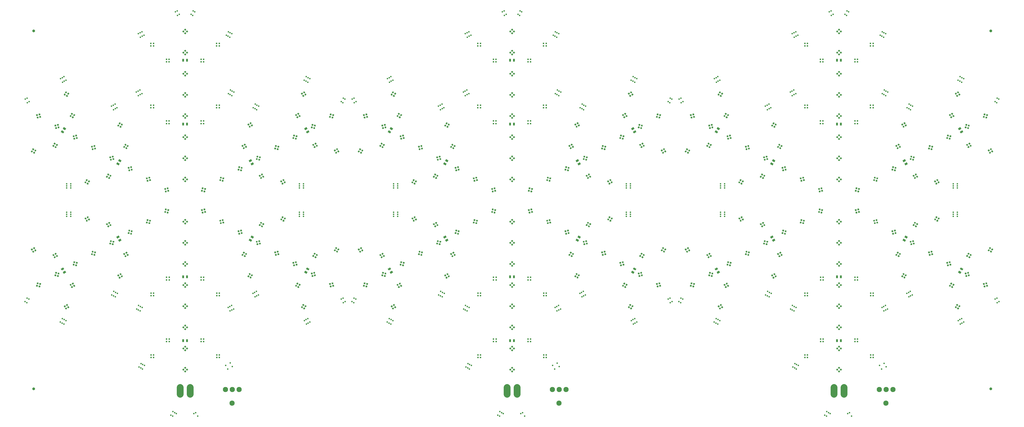
<source format=gbr>
G04 EAGLE Gerber RS-274X export*
G75*
%MOMM*%
%FSLAX34Y34*%
%LPD*%
%INSoldermask Top*%
%IPPOS*%
%AMOC8*
5,1,8,0,0,1.08239X$1,22.5*%
G01*
%ADD10C,0.550800*%
%ADD11C,1.050800*%
%ADD12C,1.930400*%
%ADD13C,2.550800*%
%ADD14R,0.600800X0.600800*%
%ADD15R,0.600800X0.600800*%
%ADD16R,0.750800X1.050800*%


D10*
X655012Y8934D03*
X641017Y18174D03*
X647512Y21924D03*
X561840Y8934D03*
X555345Y12684D03*
X575835Y18174D03*
X569340Y21924D03*
X562845Y25674D03*
X776580Y206821D03*
X767089Y184331D03*
X784080Y193831D03*
X759589Y197321D03*
X774835Y417321D03*
X781330Y421071D03*
X775839Y400581D03*
X782335Y404331D03*
X788830Y408081D03*
X768339Y413571D03*
X867335Y469821D03*
X873830Y473571D03*
X868339Y453081D03*
X874835Y456831D03*
X881330Y460581D03*
X860839Y466071D03*
X1058585Y368571D03*
X1065080Y372321D03*
X1059589Y351831D03*
X1066085Y355581D03*
X1072580Y359331D03*
X1052089Y364821D03*
X1189835Y444821D03*
X1196330Y448571D03*
X1197335Y431831D03*
X1203830Y435581D03*
X151085Y1269821D03*
X157580Y1273571D03*
X152089Y1253081D03*
X158585Y1256831D03*
X165080Y1260581D03*
X144589Y1266071D03*
X341085Y1167321D03*
X347580Y1171071D03*
X342089Y1150581D03*
X348585Y1154331D03*
X355080Y1158081D03*
X334589Y1163571D03*
X433585Y1219821D03*
X440080Y1223571D03*
X434589Y1203081D03*
X441085Y1206831D03*
X447580Y1210581D03*
X427089Y1216071D03*
X441085Y1437321D03*
X447580Y1441071D03*
X442089Y1420581D03*
X448585Y1424331D03*
X455080Y1428081D03*
X434589Y1433571D03*
X572335Y1514821D03*
X578830Y1518571D03*
X579835Y1501831D03*
X586330Y1505581D03*
X450767Y201071D03*
X444272Y204821D03*
X449763Y184331D03*
X443267Y188081D03*
X436772Y191831D03*
X457263Y197321D03*
X442017Y417321D03*
X435522Y421071D03*
X441013Y400581D03*
X434517Y404331D03*
X428022Y408081D03*
X448513Y413571D03*
X349517Y469821D03*
X343022Y473571D03*
X348513Y453081D03*
X342017Y456831D03*
X335522Y460581D03*
X356013Y466071D03*
X158267Y368571D03*
X151772Y372321D03*
X157263Y351831D03*
X150767Y355581D03*
X144272Y359331D03*
X164763Y364821D03*
X27017Y444821D03*
X20522Y448571D03*
X19517Y431831D03*
X13022Y435581D03*
X1065767Y1269821D03*
X1059272Y1273571D03*
X1064763Y1253081D03*
X1058267Y1256831D03*
X1051772Y1260581D03*
X1072263Y1266071D03*
X875767Y1167321D03*
X869272Y1171071D03*
X874763Y1150581D03*
X868267Y1154331D03*
X861772Y1158081D03*
X882263Y1163571D03*
X783267Y1219821D03*
X776772Y1223571D03*
X782263Y1203081D03*
X775767Y1206831D03*
X769272Y1210581D03*
X789763Y1216071D03*
X775767Y1437321D03*
X769272Y1441071D03*
X774763Y1420581D03*
X768267Y1424331D03*
X761772Y1428081D03*
X782263Y1433571D03*
X644517Y1514821D03*
X638022Y1518571D03*
X637017Y1501831D03*
X630522Y1505581D03*
X1203267Y1189821D03*
X1196772Y1193571D03*
X1195767Y1176831D03*
X1189272Y1180581D03*
X13585Y1189821D03*
X20080Y1193571D03*
X21085Y1176831D03*
X27580Y1180581D03*
X1048917Y760501D03*
X1048917Y753001D03*
X1033917Y768001D03*
X1033917Y760501D03*
X1033917Y753001D03*
X1048917Y768001D03*
X1048917Y866751D03*
X1048917Y859251D03*
X1033917Y874251D03*
X1033917Y866751D03*
X1033917Y859251D03*
X1048917Y874251D03*
X167935Y760501D03*
X167935Y753001D03*
X182935Y768001D03*
X182935Y760501D03*
X182935Y753001D03*
X167935Y768001D03*
X167935Y866751D03*
X167935Y859251D03*
X182935Y874251D03*
X182935Y866751D03*
X182935Y859251D03*
X167935Y874251D03*
X1871690Y8934D03*
X1857695Y18174D03*
X1864190Y21924D03*
X1778518Y8934D03*
X1772023Y12684D03*
X1792513Y18174D03*
X1786018Y21924D03*
X1779523Y25674D03*
X1993258Y206321D03*
X1983767Y184331D03*
X2000758Y193331D03*
X1976267Y197321D03*
X1991513Y417321D03*
X1998008Y421071D03*
X1992517Y400581D03*
X1999013Y404331D03*
X2005508Y408081D03*
X1985017Y413571D03*
X2084013Y469821D03*
X2090508Y473571D03*
X2085017Y453081D03*
X2091513Y456831D03*
X2098008Y460581D03*
X2077517Y466071D03*
X2275263Y368571D03*
X2281758Y372321D03*
X2276267Y351831D03*
X2282763Y355581D03*
X2289258Y359331D03*
X2268767Y364821D03*
X2406513Y444821D03*
X2413008Y448571D03*
X2414013Y431831D03*
X2420508Y435581D03*
X1367763Y1269821D03*
X1374258Y1273571D03*
X1368767Y1253081D03*
X1375263Y1256831D03*
X1381758Y1260581D03*
X1361267Y1266071D03*
X1557763Y1167321D03*
X1564258Y1171071D03*
X1558767Y1150581D03*
X1565263Y1154331D03*
X1571758Y1158081D03*
X1551267Y1163571D03*
X1650263Y1219821D03*
X1656758Y1223571D03*
X1651267Y1203081D03*
X1657763Y1206831D03*
X1664258Y1210581D03*
X1643767Y1216071D03*
X1657763Y1437321D03*
X1664258Y1441071D03*
X1658767Y1420581D03*
X1665263Y1424331D03*
X1671758Y1428081D03*
X1651267Y1433571D03*
X1789013Y1514821D03*
X1795508Y1518571D03*
X1796513Y1501831D03*
X1803008Y1505581D03*
X1667445Y201071D03*
X1660950Y204821D03*
X1666441Y184331D03*
X1659945Y188081D03*
X1653450Y191831D03*
X1673941Y197321D03*
X1658695Y417321D03*
X1652200Y421071D03*
X1657691Y400581D03*
X1651195Y404331D03*
X1644700Y408081D03*
X1665191Y413571D03*
X1566195Y469821D03*
X1559700Y473571D03*
X1565191Y453081D03*
X1558695Y456831D03*
X1552200Y460581D03*
X1572691Y466071D03*
X1374945Y368571D03*
X1368450Y372321D03*
X1373941Y351831D03*
X1367445Y355581D03*
X1360950Y359331D03*
X1381441Y364821D03*
X1243695Y444821D03*
X1237200Y448571D03*
X1236195Y431831D03*
X1229700Y435581D03*
X2282445Y1269821D03*
X2275950Y1273571D03*
X2281441Y1253081D03*
X2274945Y1256831D03*
X2268450Y1260581D03*
X2288941Y1266071D03*
X2092445Y1167321D03*
X2085950Y1171071D03*
X2091441Y1150581D03*
X2084945Y1154331D03*
X2078450Y1158081D03*
X2098941Y1163571D03*
X1999945Y1219821D03*
X1993450Y1223571D03*
X1998941Y1203081D03*
X1992445Y1206831D03*
X1985950Y1210581D03*
X2006441Y1216071D03*
X1992445Y1437321D03*
X1985950Y1441071D03*
X1991441Y1420581D03*
X1984945Y1424331D03*
X1978450Y1428081D03*
X1998941Y1433571D03*
X1861195Y1514821D03*
X1854700Y1518571D03*
X1853695Y1501831D03*
X1847200Y1505581D03*
X2419945Y1189821D03*
X2413450Y1193571D03*
X2412445Y1176831D03*
X2405950Y1180581D03*
X1230263Y1189821D03*
X1236758Y1193571D03*
X1237763Y1176831D03*
X1244258Y1180581D03*
X2265595Y760501D03*
X2265595Y753001D03*
X2250595Y768001D03*
X2250595Y760501D03*
X2250595Y753001D03*
X2265595Y768001D03*
X2265595Y866751D03*
X2265595Y859251D03*
X2250595Y874251D03*
X2250595Y866751D03*
X2250595Y859251D03*
X2265595Y874251D03*
X1384613Y760501D03*
X1384613Y753001D03*
X1399613Y768001D03*
X1399613Y760501D03*
X1399613Y753001D03*
X1384613Y768001D03*
X1384613Y866751D03*
X1384613Y859251D03*
X1399613Y874251D03*
X1399613Y866751D03*
X1399613Y859251D03*
X1384613Y874251D03*
X3088368Y8934D03*
X3074373Y18174D03*
X3080868Y21924D03*
X2995196Y8934D03*
X2988701Y12684D03*
X3009191Y18174D03*
X3002696Y21924D03*
X2996201Y25674D03*
X3209436Y205321D03*
X3200445Y184331D03*
X3216936Y192331D03*
X3192945Y197321D03*
X3208191Y417321D03*
X3214686Y421071D03*
X3209195Y400581D03*
X3215691Y404331D03*
X3222186Y408081D03*
X3201695Y413571D03*
X3300691Y469821D03*
X3307186Y473571D03*
X3301695Y453081D03*
X3308191Y456831D03*
X3314686Y460581D03*
X3294195Y466071D03*
X3491941Y368571D03*
X3498436Y372321D03*
X3492945Y351831D03*
X3499441Y355581D03*
X3505936Y359331D03*
X3485445Y364821D03*
X3623191Y444821D03*
X3629686Y448571D03*
X3630691Y431831D03*
X3637186Y435581D03*
X2584441Y1269821D03*
X2590936Y1273571D03*
X2585445Y1253081D03*
X2591941Y1256831D03*
X2598436Y1260581D03*
X2577945Y1266071D03*
X2774441Y1167321D03*
X2780936Y1171071D03*
X2775445Y1150581D03*
X2781941Y1154331D03*
X2788436Y1158081D03*
X2767945Y1163571D03*
X2866941Y1219821D03*
X2873436Y1223571D03*
X2867945Y1203081D03*
X2874441Y1206831D03*
X2880936Y1210581D03*
X2860445Y1216071D03*
X2874441Y1437321D03*
X2880936Y1441071D03*
X2875445Y1420581D03*
X2881941Y1424331D03*
X2888436Y1428081D03*
X2867945Y1433571D03*
X3005691Y1514821D03*
X3012186Y1518571D03*
X3013191Y1501831D03*
X3019686Y1505581D03*
X2884123Y201071D03*
X2877628Y204821D03*
X2883119Y184331D03*
X2876623Y188081D03*
X2870128Y191831D03*
X2890619Y197321D03*
X2875373Y417321D03*
X2868878Y421071D03*
X2874369Y400581D03*
X2867873Y404331D03*
X2861378Y408081D03*
X2881869Y413571D03*
X2782873Y469821D03*
X2776378Y473571D03*
X2781869Y453081D03*
X2775373Y456831D03*
X2768878Y460581D03*
X2789369Y466071D03*
X2591623Y368571D03*
X2585128Y372321D03*
X2590619Y351831D03*
X2584123Y355581D03*
X2577628Y359331D03*
X2598119Y364821D03*
X2460373Y444821D03*
X2453878Y448571D03*
X2452873Y431831D03*
X2446378Y435581D03*
X3499123Y1269821D03*
X3492628Y1273571D03*
X3498119Y1253081D03*
X3491623Y1256831D03*
X3485128Y1260581D03*
X3505619Y1266071D03*
X3309123Y1167321D03*
X3302628Y1171071D03*
X3308119Y1150581D03*
X3301623Y1154331D03*
X3295128Y1158081D03*
X3315619Y1163571D03*
X3216623Y1219821D03*
X3210128Y1223571D03*
X3215619Y1203081D03*
X3209123Y1206831D03*
X3202628Y1210581D03*
X3223119Y1216071D03*
X3209123Y1437321D03*
X3202628Y1441071D03*
X3208119Y1420581D03*
X3201623Y1424331D03*
X3195128Y1428081D03*
X3215619Y1433571D03*
X3077873Y1514821D03*
X3071378Y1518571D03*
X3070373Y1501831D03*
X3063878Y1505581D03*
X3636623Y1189821D03*
X3630128Y1193571D03*
X3629123Y1176831D03*
X3622628Y1180581D03*
X2446941Y1189821D03*
X2453436Y1193571D03*
X2454441Y1176831D03*
X2460936Y1180581D03*
X3482273Y760501D03*
X3482273Y753001D03*
X3467273Y768001D03*
X3467273Y760501D03*
X3467273Y753001D03*
X3482273Y768001D03*
X3482273Y866751D03*
X3482273Y859251D03*
X3467273Y874251D03*
X3467273Y866751D03*
X3467273Y859251D03*
X3482273Y874251D03*
X2601291Y760501D03*
X2601291Y753001D03*
X2616291Y768001D03*
X2616291Y760501D03*
X2616291Y753001D03*
X2601291Y768001D03*
X2601291Y866751D03*
X2601291Y859251D03*
X2616291Y874251D03*
X2616291Y866751D03*
X2616291Y859251D03*
X2601291Y874251D03*
D11*
X3606800Y1444300D03*
X3606800Y110650D03*
X44450Y1444300D03*
X44450Y110650D03*
D12*
X758206Y108100D03*
X783606Y108100D03*
X809006Y108100D03*
D13*
X627176Y115269D02*
X627176Y90269D01*
X589676Y90269D02*
X589676Y115269D01*
D14*
G36*
X612674Y504264D02*
X608426Y500016D01*
X604178Y504264D01*
X608426Y508512D01*
X612674Y504264D01*
G37*
G36*
X619392Y497546D02*
X615144Y493298D01*
X610896Y497546D01*
X615144Y501794D01*
X619392Y497546D01*
G37*
G36*
X612674Y490829D02*
X608426Y486581D01*
X604178Y490829D01*
X608426Y495077D01*
X612674Y490829D01*
G37*
G36*
X605956Y497546D02*
X601708Y493298D01*
X597460Y497546D01*
X601708Y501794D01*
X605956Y497546D01*
G37*
G36*
X612674Y425524D02*
X608426Y421276D01*
X604178Y425524D01*
X608426Y429772D01*
X612674Y425524D01*
G37*
G36*
X619392Y418806D02*
X615144Y414558D01*
X610896Y418806D01*
X615144Y423054D01*
X619392Y418806D01*
G37*
G36*
X612674Y412089D02*
X608426Y407841D01*
X604178Y412089D01*
X608426Y416337D01*
X612674Y412089D01*
G37*
G36*
X605956Y418806D02*
X601708Y414558D01*
X597460Y418806D01*
X601708Y423054D01*
X605956Y418806D01*
G37*
G36*
X612674Y347038D02*
X608426Y342790D01*
X604178Y347038D01*
X608426Y351286D01*
X612674Y347038D01*
G37*
G36*
X619392Y340320D02*
X615144Y336072D01*
X610896Y340320D01*
X615144Y344568D01*
X619392Y340320D01*
G37*
G36*
X612674Y333603D02*
X608426Y329355D01*
X604178Y333603D01*
X608426Y337851D01*
X612674Y333603D01*
G37*
G36*
X605956Y340320D02*
X601708Y336072D01*
X597460Y340320D01*
X601708Y344568D01*
X605956Y340320D01*
G37*
D15*
X549168Y295794D03*
X549168Y286294D03*
X539668Y286294D03*
X539668Y295794D03*
X491002Y236866D03*
X491002Y227366D03*
X481502Y227366D03*
X481502Y236866D03*
X667938Y295794D03*
X677438Y295794D03*
X677438Y286294D03*
X667938Y286294D03*
X726104Y236866D03*
X735604Y236866D03*
X735604Y227366D03*
X726104Y227366D03*
D16*
X601426Y289716D03*
X615426Y289716D03*
D14*
G36*
X612674Y268298D02*
X608426Y264050D01*
X604178Y268298D01*
X608426Y272546D01*
X612674Y268298D01*
G37*
G36*
X619392Y261580D02*
X615144Y257332D01*
X610896Y261580D01*
X615144Y265828D01*
X619392Y261580D01*
G37*
G36*
X612674Y254863D02*
X608426Y250615D01*
X604178Y254863D01*
X608426Y259111D01*
X612674Y254863D01*
G37*
G36*
X605956Y261580D02*
X601708Y257332D01*
X597460Y261580D01*
X601708Y265828D01*
X605956Y261580D01*
G37*
G36*
X612674Y189558D02*
X608426Y185310D01*
X604178Y189558D01*
X608426Y193806D01*
X612674Y189558D01*
G37*
G36*
X619392Y182840D02*
X615144Y178592D01*
X610896Y182840D01*
X615144Y187088D01*
X619392Y182840D01*
G37*
G36*
X612674Y176123D02*
X608426Y171875D01*
X604178Y176123D01*
X608426Y180371D01*
X612674Y176123D01*
G37*
G36*
X605956Y182840D02*
X601708Y178592D01*
X597460Y182840D01*
X601708Y187088D01*
X605956Y182840D01*
G37*
G36*
X612674Y740230D02*
X608426Y735982D01*
X604178Y740230D01*
X608426Y744478D01*
X612674Y740230D01*
G37*
G36*
X619392Y733512D02*
X615144Y729264D01*
X610896Y733512D01*
X615144Y737760D01*
X619392Y733512D01*
G37*
G36*
X612674Y726795D02*
X608426Y722547D01*
X604178Y726795D01*
X608426Y731043D01*
X612674Y726795D01*
G37*
G36*
X605956Y733512D02*
X601708Y729264D01*
X597460Y733512D01*
X601708Y737760D01*
X605956Y733512D01*
G37*
G36*
X612674Y661490D02*
X608426Y657242D01*
X604178Y661490D01*
X608426Y665738D01*
X612674Y661490D01*
G37*
G36*
X619392Y654772D02*
X615144Y650524D01*
X610896Y654772D01*
X615144Y659020D01*
X619392Y654772D01*
G37*
G36*
X612674Y648055D02*
X608426Y643807D01*
X604178Y648055D01*
X608426Y652303D01*
X612674Y648055D01*
G37*
G36*
X605956Y654772D02*
X601708Y650524D01*
X597460Y654772D01*
X601708Y659020D01*
X605956Y654772D01*
G37*
G36*
X612674Y583004D02*
X608426Y578756D01*
X604178Y583004D01*
X608426Y587252D01*
X612674Y583004D01*
G37*
G36*
X619392Y576286D02*
X615144Y572038D01*
X610896Y576286D01*
X615144Y580534D01*
X619392Y576286D01*
G37*
G36*
X612674Y569569D02*
X608426Y565321D01*
X604178Y569569D01*
X608426Y573817D01*
X612674Y569569D01*
G37*
G36*
X605956Y576286D02*
X601708Y572038D01*
X597460Y576286D01*
X601708Y580534D01*
X605956Y576286D01*
G37*
D15*
X549168Y525918D03*
X549168Y516418D03*
X539668Y516418D03*
X539668Y525918D03*
X491002Y467244D03*
X491002Y457744D03*
X481502Y457744D03*
X481502Y467244D03*
X667938Y525918D03*
X677438Y525918D03*
X677438Y516418D03*
X667938Y516418D03*
D16*
X601426Y528006D03*
X615426Y528006D03*
D15*
X726104Y466990D03*
X735604Y466990D03*
X735604Y457490D03*
X726104Y457490D03*
D14*
G36*
X343653Y654678D02*
X337850Y656233D01*
X339405Y662036D01*
X345208Y660481D01*
X343653Y654678D01*
G37*
G36*
X341194Y645501D02*
X335391Y647056D01*
X336946Y652859D01*
X342749Y651304D01*
X341194Y645501D01*
G37*
G36*
X332018Y647960D02*
X326215Y649515D01*
X327770Y655318D01*
X333573Y653763D01*
X332018Y647960D01*
G37*
G36*
X334477Y657136D02*
X328674Y658691D01*
X330229Y664494D01*
X336032Y662939D01*
X334477Y657136D01*
G37*
G36*
X275462Y615308D02*
X269659Y616863D01*
X271214Y622666D01*
X277017Y621111D01*
X275462Y615308D01*
G37*
G36*
X273004Y606131D02*
X267201Y607686D01*
X268756Y613489D01*
X274559Y611934D01*
X273004Y606131D01*
G37*
G36*
X263827Y608590D02*
X258024Y610145D01*
X259579Y615948D01*
X265382Y614393D01*
X263827Y608590D01*
G37*
G36*
X266286Y617766D02*
X260483Y619321D01*
X262038Y625124D01*
X267841Y623569D01*
X266286Y617766D01*
G37*
G36*
X207491Y576065D02*
X201688Y577620D01*
X203243Y583423D01*
X209046Y581868D01*
X207491Y576065D01*
G37*
G36*
X205033Y566888D02*
X199230Y568443D01*
X200785Y574246D01*
X206588Y572691D01*
X205033Y566888D01*
G37*
G36*
X195856Y569347D02*
X190053Y570902D01*
X191608Y576705D01*
X197411Y575150D01*
X195856Y569347D01*
G37*
G36*
X198315Y578523D02*
X192512Y580078D01*
X194067Y585881D01*
X199870Y584326D01*
X198315Y578523D01*
G37*
G36*
X130261Y601338D02*
X127257Y606540D01*
X132459Y609544D01*
X135463Y604342D01*
X130261Y601338D01*
G37*
G36*
X122034Y596588D02*
X119030Y601790D01*
X124232Y604794D01*
X127236Y599592D01*
X122034Y596588D01*
G37*
G36*
X117284Y604815D02*
X114280Y610017D01*
X119482Y613021D01*
X122486Y607819D01*
X117284Y604815D01*
G37*
G36*
X125511Y609565D02*
X122507Y614767D01*
X127709Y617771D01*
X130713Y612569D01*
X125511Y609565D01*
G37*
G36*
X50145Y622247D02*
X47141Y627449D01*
X52343Y630453D01*
X55347Y625251D01*
X50145Y622247D01*
G37*
G36*
X41918Y617497D02*
X38914Y622699D01*
X44116Y625703D01*
X47120Y620501D01*
X41918Y617497D01*
G37*
G36*
X37168Y625724D02*
X34164Y630926D01*
X39366Y633930D01*
X42370Y628728D01*
X37168Y625724D01*
G37*
G36*
X45395Y630474D02*
X42391Y635676D01*
X47593Y638680D01*
X50597Y633478D01*
X45395Y630474D01*
G37*
G36*
X194848Y501484D02*
X189646Y498480D01*
X186642Y503682D01*
X191844Y506686D01*
X194848Y501484D01*
G37*
G36*
X199598Y493257D02*
X194396Y490253D01*
X191392Y495455D01*
X196594Y498459D01*
X199598Y493257D01*
G37*
G36*
X191371Y488507D02*
X186169Y485503D01*
X183165Y490705D01*
X188367Y493709D01*
X191371Y488507D01*
G37*
G36*
X186621Y496734D02*
X181419Y493730D01*
X178415Y498932D01*
X183617Y501936D01*
X186621Y496734D01*
G37*
G36*
X172898Y421647D02*
X167696Y418643D01*
X164692Y423845D01*
X169894Y426849D01*
X172898Y421647D01*
G37*
G36*
X177648Y413419D02*
X172446Y410415D01*
X169442Y415617D01*
X174644Y418621D01*
X177648Y413419D01*
G37*
G36*
X169421Y408669D02*
X164219Y405665D01*
X161215Y410867D01*
X166417Y413871D01*
X169421Y408669D01*
G37*
G36*
X164671Y416897D02*
X159469Y413893D01*
X156465Y419095D01*
X161667Y422099D01*
X164671Y416897D01*
G37*
D16*
G36*
X154899Y563023D02*
X158653Y556521D01*
X149553Y551267D01*
X145799Y557769D01*
X154899Y563023D01*
G37*
G36*
X161899Y550899D02*
X165653Y544397D01*
X156553Y539143D01*
X152799Y545645D01*
X161899Y550899D01*
G37*
D14*
G36*
X139301Y536695D02*
X133498Y538250D01*
X135053Y544053D01*
X140856Y542498D01*
X139301Y536695D01*
G37*
G36*
X136842Y527518D02*
X131039Y529073D01*
X132594Y534876D01*
X138397Y533321D01*
X136842Y527518D01*
G37*
G36*
X127666Y529977D02*
X121863Y531532D01*
X123418Y537335D01*
X129221Y535780D01*
X127666Y529977D01*
G37*
G36*
X130124Y539153D02*
X124321Y540708D01*
X125876Y546511D01*
X131679Y544956D01*
X130124Y539153D01*
G37*
G36*
X71110Y497325D02*
X65307Y498880D01*
X66862Y504683D01*
X72665Y503128D01*
X71110Y497325D01*
G37*
G36*
X68651Y488148D02*
X62848Y489703D01*
X64403Y495506D01*
X70206Y493951D01*
X68651Y488148D01*
G37*
G36*
X59475Y490607D02*
X53672Y492162D01*
X55227Y497965D01*
X61030Y496410D01*
X59475Y490607D01*
G37*
G36*
X61933Y499783D02*
X56130Y501338D01*
X57685Y507141D01*
X63488Y505586D01*
X61933Y499783D01*
G37*
G36*
X548006Y772661D02*
X542203Y774216D01*
X543758Y780019D01*
X549561Y778464D01*
X548006Y772661D01*
G37*
G36*
X545547Y763484D02*
X539744Y765039D01*
X541299Y770842D01*
X547102Y769287D01*
X545547Y763484D01*
G37*
G36*
X536371Y765943D02*
X530568Y767498D01*
X532123Y773301D01*
X537926Y771746D01*
X536371Y765943D01*
G37*
G36*
X538829Y775119D02*
X533026Y776674D01*
X534581Y782477D01*
X540384Y780922D01*
X538829Y775119D01*
G37*
G36*
X479815Y733291D02*
X474012Y734846D01*
X475567Y740649D01*
X481370Y739094D01*
X479815Y733291D01*
G37*
G36*
X477356Y724114D02*
X471553Y725669D01*
X473108Y731472D01*
X478911Y729917D01*
X477356Y724114D01*
G37*
G36*
X468180Y726573D02*
X462377Y728128D01*
X463932Y733931D01*
X469735Y732376D01*
X468180Y726573D01*
G37*
G36*
X470639Y735749D02*
X464836Y737304D01*
X466391Y743107D01*
X472194Y741552D01*
X470639Y735749D01*
G37*
G36*
X411844Y694048D02*
X406041Y695603D01*
X407596Y701406D01*
X413399Y699851D01*
X411844Y694048D01*
G37*
G36*
X409385Y684871D02*
X403582Y686426D01*
X405137Y692229D01*
X410940Y690674D01*
X409385Y684871D01*
G37*
G36*
X400209Y687330D02*
X394406Y688885D01*
X395961Y694688D01*
X401764Y693133D01*
X400209Y687330D01*
G37*
G36*
X402668Y696506D02*
X396865Y698061D01*
X398420Y703864D01*
X404223Y702309D01*
X402668Y696506D01*
G37*
G36*
X329555Y716400D02*
X326551Y721602D01*
X331753Y724606D01*
X334757Y719404D01*
X329555Y716400D01*
G37*
G36*
X321327Y711650D02*
X318323Y716852D01*
X323525Y719856D01*
X326529Y714654D01*
X321327Y711650D01*
G37*
G36*
X316577Y719877D02*
X313573Y725079D01*
X318775Y728083D01*
X321779Y722881D01*
X316577Y719877D01*
G37*
G36*
X324805Y724627D02*
X321801Y729829D01*
X327003Y732833D01*
X330007Y727631D01*
X324805Y724627D01*
G37*
G36*
X249658Y737436D02*
X246654Y742638D01*
X251856Y745642D01*
X254860Y740440D01*
X249658Y737436D01*
G37*
G36*
X241431Y732686D02*
X238427Y737888D01*
X243629Y740892D01*
X246633Y735690D01*
X241431Y732686D01*
G37*
G36*
X236681Y740913D02*
X233677Y746115D01*
X238879Y749119D01*
X241883Y743917D01*
X236681Y740913D01*
G37*
G36*
X244908Y745663D02*
X241904Y750865D01*
X247106Y753869D01*
X250110Y748667D01*
X244908Y745663D01*
G37*
G36*
X394141Y616546D02*
X388939Y613542D01*
X385935Y618744D01*
X391137Y621748D01*
X394141Y616546D01*
G37*
G36*
X398891Y608319D02*
X393689Y605315D01*
X390685Y610517D01*
X395887Y613521D01*
X398891Y608319D01*
G37*
G36*
X390664Y603569D02*
X385462Y600565D01*
X382458Y605767D01*
X387660Y608771D01*
X390664Y603569D01*
G37*
G36*
X385914Y611796D02*
X380712Y608792D01*
X377708Y613994D01*
X382910Y616998D01*
X385914Y611796D01*
G37*
D16*
G36*
X361264Y682168D02*
X365018Y675666D01*
X355918Y670412D01*
X352164Y676914D01*
X361264Y682168D01*
G37*
G36*
X368264Y670044D02*
X372018Y663542D01*
X362918Y658288D01*
X359164Y664790D01*
X368264Y670044D01*
G37*
D14*
G36*
X372191Y536709D02*
X366989Y533705D01*
X363985Y538907D01*
X369187Y541911D01*
X372191Y536709D01*
G37*
G36*
X376941Y528481D02*
X371739Y525477D01*
X368735Y530679D01*
X373937Y533683D01*
X376941Y528481D01*
G37*
G36*
X368714Y523731D02*
X363512Y520727D01*
X360508Y525929D01*
X365710Y528933D01*
X368714Y523731D01*
G37*
G36*
X363964Y531959D02*
X358762Y528955D01*
X355758Y534157D01*
X360960Y537161D01*
X363964Y531959D01*
G37*
G36*
X339405Y962863D02*
X337850Y968666D01*
X343653Y970221D01*
X345208Y964418D01*
X339405Y962863D01*
G37*
G36*
X330229Y960405D02*
X328674Y966208D01*
X334477Y967763D01*
X336032Y961960D01*
X330229Y960405D01*
G37*
G36*
X327770Y969581D02*
X326215Y975384D01*
X332018Y976939D01*
X333573Y971136D01*
X327770Y969581D01*
G37*
G36*
X336946Y972040D02*
X335391Y977843D01*
X341194Y979398D01*
X342749Y973595D01*
X336946Y972040D01*
G37*
G36*
X271214Y1002233D02*
X269659Y1008036D01*
X275462Y1009591D01*
X277017Y1003788D01*
X271214Y1002233D01*
G37*
G36*
X262038Y999775D02*
X260483Y1005578D01*
X266286Y1007133D01*
X267841Y1001330D01*
X262038Y999775D01*
G37*
G36*
X259579Y1008951D02*
X258024Y1014754D01*
X263827Y1016309D01*
X265382Y1010506D01*
X259579Y1008951D01*
G37*
G36*
X268756Y1011410D02*
X267201Y1017213D01*
X273004Y1018768D01*
X274559Y1012965D01*
X268756Y1011410D01*
G37*
G36*
X203243Y1041476D02*
X201688Y1047279D01*
X207491Y1048834D01*
X209046Y1043031D01*
X203243Y1041476D01*
G37*
G36*
X194067Y1039018D02*
X192512Y1044821D01*
X198315Y1046376D01*
X199870Y1040573D01*
X194067Y1039018D01*
G37*
G36*
X191608Y1048194D02*
X190053Y1053997D01*
X195856Y1055552D01*
X197411Y1049749D01*
X191608Y1048194D01*
G37*
G36*
X200785Y1050653D02*
X199230Y1056456D01*
X205033Y1058011D01*
X206588Y1052208D01*
X200785Y1050653D01*
G37*
G36*
X186515Y1120997D02*
X189519Y1126199D01*
X194721Y1123195D01*
X191717Y1117993D01*
X186515Y1120997D01*
G37*
G36*
X178288Y1125747D02*
X181292Y1130949D01*
X186494Y1127945D01*
X183490Y1122743D01*
X178288Y1125747D01*
G37*
G36*
X183038Y1133974D02*
X186042Y1139176D01*
X191244Y1136172D01*
X188240Y1130970D01*
X183038Y1133974D01*
G37*
G36*
X191265Y1129224D02*
X194269Y1134426D01*
X199471Y1131422D01*
X196467Y1126220D01*
X191265Y1129224D01*
G37*
G36*
X164565Y1200834D02*
X167569Y1206036D01*
X172771Y1203032D01*
X169767Y1197830D01*
X164565Y1200834D01*
G37*
G36*
X156338Y1205584D02*
X159342Y1210786D01*
X164544Y1207782D01*
X161540Y1202580D01*
X156338Y1205584D01*
G37*
G36*
X161088Y1213812D02*
X164092Y1219014D01*
X169294Y1216010D01*
X166290Y1210808D01*
X161088Y1213812D01*
G37*
G36*
X169315Y1209062D02*
X172319Y1214264D01*
X177521Y1211260D01*
X174517Y1206058D01*
X169315Y1209062D01*
G37*
G36*
X132332Y1015135D02*
X127130Y1018139D01*
X130134Y1023341D01*
X135336Y1020337D01*
X132332Y1015135D01*
G37*
G36*
X127582Y1006908D02*
X122380Y1009912D01*
X125384Y1015114D01*
X130586Y1012110D01*
X127582Y1006908D01*
G37*
G36*
X119355Y1011658D02*
X114153Y1014662D01*
X117157Y1019864D01*
X122359Y1016860D01*
X119355Y1011658D01*
G37*
G36*
X124105Y1019885D02*
X118903Y1022889D01*
X121907Y1028091D01*
X127109Y1025087D01*
X124105Y1019885D01*
G37*
G36*
X52216Y994226D02*
X47014Y997230D01*
X50018Y1002432D01*
X55220Y999428D01*
X52216Y994226D01*
G37*
G36*
X47466Y985999D02*
X42264Y989003D01*
X45268Y994205D01*
X50470Y991201D01*
X47466Y985999D01*
G37*
G36*
X39239Y990749D02*
X34037Y993753D01*
X37041Y998955D01*
X42243Y995951D01*
X39239Y990749D01*
G37*
G36*
X43989Y998976D02*
X38787Y1001980D01*
X41791Y1007182D01*
X46993Y1004178D01*
X43989Y998976D01*
G37*
D16*
G36*
X165653Y1080502D02*
X161899Y1074000D01*
X152799Y1079254D01*
X156553Y1085756D01*
X165653Y1080502D01*
G37*
G36*
X158653Y1068378D02*
X154899Y1061876D01*
X145799Y1067130D01*
X149553Y1073632D01*
X158653Y1068378D01*
G37*
D14*
G36*
X135053Y1080846D02*
X133498Y1086649D01*
X139301Y1088204D01*
X140856Y1082401D01*
X135053Y1080846D01*
G37*
G36*
X125876Y1078388D02*
X124321Y1084191D01*
X130124Y1085746D01*
X131679Y1079943D01*
X125876Y1078388D01*
G37*
G36*
X123418Y1087564D02*
X121863Y1093367D01*
X127666Y1094922D01*
X129221Y1089119D01*
X123418Y1087564D01*
G37*
G36*
X132594Y1090023D02*
X131039Y1095826D01*
X136842Y1097381D01*
X138397Y1091578D01*
X132594Y1090023D01*
G37*
G36*
X66862Y1120216D02*
X65307Y1126019D01*
X71110Y1127574D01*
X72665Y1121771D01*
X66862Y1120216D01*
G37*
G36*
X57685Y1117758D02*
X56130Y1123561D01*
X61933Y1125116D01*
X63488Y1119313D01*
X57685Y1117758D01*
G37*
G36*
X55227Y1126934D02*
X53672Y1132737D01*
X59475Y1134292D01*
X61030Y1128489D01*
X55227Y1126934D01*
G37*
G36*
X64403Y1129393D02*
X62848Y1135196D01*
X68651Y1136751D01*
X70206Y1130948D01*
X64403Y1129393D01*
G37*
G36*
X543758Y844880D02*
X542203Y850683D01*
X548006Y852238D01*
X549561Y846435D01*
X543758Y844880D01*
G37*
G36*
X534581Y842422D02*
X533026Y848225D01*
X538829Y849780D01*
X540384Y843977D01*
X534581Y842422D01*
G37*
G36*
X532123Y851598D02*
X530568Y857401D01*
X536371Y858956D01*
X537926Y853153D01*
X532123Y851598D01*
G37*
G36*
X541299Y854057D02*
X539744Y859860D01*
X545547Y861415D01*
X547102Y855612D01*
X541299Y854057D01*
G37*
G36*
X475567Y884250D02*
X474012Y890053D01*
X479815Y891608D01*
X481370Y885805D01*
X475567Y884250D01*
G37*
G36*
X466391Y881792D02*
X464836Y887595D01*
X470639Y889150D01*
X472194Y883347D01*
X466391Y881792D01*
G37*
G36*
X463932Y890968D02*
X462377Y896771D01*
X468180Y898326D01*
X469735Y892523D01*
X463932Y890968D01*
G37*
G36*
X473108Y893427D02*
X471553Y899230D01*
X477356Y900785D01*
X478911Y894982D01*
X473108Y893427D01*
G37*
G36*
X407596Y923493D02*
X406041Y929296D01*
X411844Y930851D01*
X413399Y925048D01*
X407596Y923493D01*
G37*
G36*
X398420Y921035D02*
X396865Y926838D01*
X402668Y928393D01*
X404223Y922590D01*
X398420Y921035D01*
G37*
G36*
X395961Y930211D02*
X394406Y936014D01*
X400209Y937569D01*
X401764Y931766D01*
X395961Y930211D01*
G37*
G36*
X405137Y932670D02*
X403582Y938473D01*
X409385Y940028D01*
X410940Y934225D01*
X405137Y932670D01*
G37*
G36*
X385808Y1005935D02*
X388812Y1011137D01*
X394014Y1008133D01*
X391010Y1002931D01*
X385808Y1005935D01*
G37*
G36*
X377581Y1010685D02*
X380585Y1015887D01*
X385787Y1012883D01*
X382783Y1007681D01*
X377581Y1010685D01*
G37*
G36*
X382331Y1018912D02*
X385335Y1024114D01*
X390537Y1021110D01*
X387533Y1015908D01*
X382331Y1018912D01*
G37*
G36*
X390558Y1014162D02*
X393562Y1019364D01*
X398764Y1016360D01*
X395760Y1011158D01*
X390558Y1014162D01*
G37*
G36*
X364078Y1085645D02*
X367082Y1090847D01*
X372284Y1087843D01*
X369280Y1082641D01*
X364078Y1085645D01*
G37*
G36*
X355851Y1090395D02*
X358855Y1095597D01*
X364057Y1092593D01*
X361053Y1087391D01*
X355851Y1090395D01*
G37*
G36*
X360601Y1098623D02*
X363605Y1103825D01*
X368807Y1100821D01*
X365803Y1095619D01*
X360601Y1098623D01*
G37*
G36*
X368828Y1093873D02*
X371832Y1099075D01*
X377034Y1096071D01*
X374030Y1090869D01*
X368828Y1093873D01*
G37*
G36*
X331626Y900073D02*
X326424Y903077D01*
X329428Y908279D01*
X334630Y905275D01*
X331626Y900073D01*
G37*
G36*
X326876Y891846D02*
X321674Y894850D01*
X324678Y900052D01*
X329880Y897048D01*
X326876Y891846D01*
G37*
G36*
X318648Y896596D02*
X313446Y899600D01*
X316450Y904802D01*
X321652Y901798D01*
X318648Y896596D01*
G37*
G36*
X323398Y904823D02*
X318196Y907827D01*
X321200Y913029D01*
X326402Y910025D01*
X323398Y904823D01*
G37*
D16*
G36*
X372018Y961357D02*
X368264Y954855D01*
X359164Y960109D01*
X362918Y966611D01*
X372018Y961357D01*
G37*
G36*
X365018Y949233D02*
X361264Y942731D01*
X352164Y947985D01*
X355918Y954487D01*
X365018Y949233D01*
G37*
D14*
G36*
X251509Y879164D02*
X246307Y882168D01*
X249311Y887370D01*
X254513Y884366D01*
X251509Y879164D01*
G37*
G36*
X246759Y870937D02*
X241557Y873941D01*
X244561Y879143D01*
X249763Y876139D01*
X246759Y870937D01*
G37*
G36*
X238532Y875687D02*
X233330Y878691D01*
X236334Y883893D01*
X241536Y880889D01*
X238532Y875687D01*
G37*
G36*
X243282Y883914D02*
X238080Y886918D01*
X241084Y892120D01*
X246286Y889116D01*
X243282Y883914D01*
G37*
G36*
X604178Y1120635D02*
X608426Y1124883D01*
X612674Y1120635D01*
X608426Y1116387D01*
X604178Y1120635D01*
G37*
G36*
X597460Y1127353D02*
X601708Y1131601D01*
X605956Y1127353D01*
X601708Y1123105D01*
X597460Y1127353D01*
G37*
G36*
X604178Y1134070D02*
X608426Y1138318D01*
X612674Y1134070D01*
X608426Y1129822D01*
X604178Y1134070D01*
G37*
G36*
X610896Y1127353D02*
X615144Y1131601D01*
X619392Y1127353D01*
X615144Y1123105D01*
X610896Y1127353D01*
G37*
G36*
X604178Y1199375D02*
X608426Y1203623D01*
X612674Y1199375D01*
X608426Y1195127D01*
X604178Y1199375D01*
G37*
G36*
X597460Y1206093D02*
X601708Y1210341D01*
X605956Y1206093D01*
X601708Y1201845D01*
X597460Y1206093D01*
G37*
G36*
X604178Y1212810D02*
X608426Y1217058D01*
X612674Y1212810D01*
X608426Y1208562D01*
X604178Y1212810D01*
G37*
G36*
X610896Y1206093D02*
X615144Y1210341D01*
X619392Y1206093D01*
X615144Y1201845D01*
X610896Y1206093D01*
G37*
G36*
X604178Y1277861D02*
X608426Y1282109D01*
X612674Y1277861D01*
X608426Y1273613D01*
X604178Y1277861D01*
G37*
G36*
X597460Y1284579D02*
X601708Y1288827D01*
X605956Y1284579D01*
X601708Y1280331D01*
X597460Y1284579D01*
G37*
G36*
X604178Y1291296D02*
X608426Y1295544D01*
X612674Y1291296D01*
X608426Y1287048D01*
X604178Y1291296D01*
G37*
G36*
X610896Y1284579D02*
X615144Y1288827D01*
X619392Y1284579D01*
X615144Y1280331D01*
X610896Y1284579D01*
G37*
D15*
X667684Y1329105D03*
X667684Y1338605D03*
X677184Y1338605D03*
X677184Y1329105D03*
X725850Y1388033D03*
X725850Y1397533D03*
X735350Y1397533D03*
X735350Y1388033D03*
X548914Y1329105D03*
X539414Y1329105D03*
X539414Y1338605D03*
X548914Y1338605D03*
X490748Y1388033D03*
X481248Y1388033D03*
X481248Y1397533D03*
X490748Y1397533D03*
D16*
X615426Y1335183D03*
X601426Y1335183D03*
D14*
G36*
X604178Y1356601D02*
X608426Y1360849D01*
X612674Y1356601D01*
X608426Y1352353D01*
X604178Y1356601D01*
G37*
G36*
X597460Y1363319D02*
X601708Y1367567D01*
X605956Y1363319D01*
X601708Y1359071D01*
X597460Y1363319D01*
G37*
G36*
X604178Y1370036D02*
X608426Y1374284D01*
X612674Y1370036D01*
X608426Y1365788D01*
X604178Y1370036D01*
G37*
G36*
X610896Y1363319D02*
X615144Y1367567D01*
X619392Y1363319D01*
X615144Y1359071D01*
X610896Y1363319D01*
G37*
G36*
X604178Y1435341D02*
X608426Y1439589D01*
X612674Y1435341D01*
X608426Y1431093D01*
X604178Y1435341D01*
G37*
G36*
X597460Y1442059D02*
X601708Y1446307D01*
X605956Y1442059D01*
X601708Y1437811D01*
X597460Y1442059D01*
G37*
G36*
X604178Y1448776D02*
X608426Y1453024D01*
X612674Y1448776D01*
X608426Y1444528D01*
X604178Y1448776D01*
G37*
G36*
X610896Y1442059D02*
X615144Y1446307D01*
X619392Y1442059D01*
X615144Y1437811D01*
X610896Y1442059D01*
G37*
G36*
X604178Y884669D02*
X608426Y888917D01*
X612674Y884669D01*
X608426Y880421D01*
X604178Y884669D01*
G37*
G36*
X597460Y891387D02*
X601708Y895635D01*
X605956Y891387D01*
X601708Y887139D01*
X597460Y891387D01*
G37*
G36*
X604178Y898104D02*
X608426Y902352D01*
X612674Y898104D01*
X608426Y893856D01*
X604178Y898104D01*
G37*
G36*
X610896Y891387D02*
X615144Y895635D01*
X619392Y891387D01*
X615144Y887139D01*
X610896Y891387D01*
G37*
G36*
X604178Y963409D02*
X608426Y967657D01*
X612674Y963409D01*
X608426Y959161D01*
X604178Y963409D01*
G37*
G36*
X597460Y970127D02*
X601708Y974375D01*
X605956Y970127D01*
X601708Y965879D01*
X597460Y970127D01*
G37*
G36*
X604178Y976844D02*
X608426Y981092D01*
X612674Y976844D01*
X608426Y972596D01*
X604178Y976844D01*
G37*
G36*
X610896Y970127D02*
X615144Y974375D01*
X619392Y970127D01*
X615144Y965879D01*
X610896Y970127D01*
G37*
G36*
X604178Y1041895D02*
X608426Y1046143D01*
X612674Y1041895D01*
X608426Y1037647D01*
X604178Y1041895D01*
G37*
G36*
X597460Y1048613D02*
X601708Y1052861D01*
X605956Y1048613D01*
X601708Y1044365D01*
X597460Y1048613D01*
G37*
G36*
X604178Y1055330D02*
X608426Y1059578D01*
X612674Y1055330D01*
X608426Y1051082D01*
X604178Y1055330D01*
G37*
G36*
X610896Y1048613D02*
X615144Y1052861D01*
X619392Y1048613D01*
X615144Y1044365D01*
X610896Y1048613D01*
G37*
D15*
X667684Y1098981D03*
X667684Y1108481D03*
X677184Y1108481D03*
X677184Y1098981D03*
X725850Y1157655D03*
X725850Y1167155D03*
X735350Y1167155D03*
X735350Y1157655D03*
X548914Y1098981D03*
X539414Y1098981D03*
X539414Y1108481D03*
X548914Y1108481D03*
D16*
X615426Y1096893D03*
X601426Y1096893D03*
D15*
X490748Y1157909D03*
X481248Y1157909D03*
X481248Y1167409D03*
X490748Y1167409D03*
D14*
G36*
X873199Y970221D02*
X879002Y968666D01*
X877447Y962863D01*
X871644Y964418D01*
X873199Y970221D01*
G37*
G36*
X875658Y979398D02*
X881461Y977843D01*
X879906Y972040D01*
X874103Y973595D01*
X875658Y979398D01*
G37*
G36*
X884834Y976939D02*
X890637Y975384D01*
X889082Y969581D01*
X883279Y971136D01*
X884834Y976939D01*
G37*
G36*
X882375Y967763D02*
X888178Y966208D01*
X886623Y960405D01*
X880820Y961960D01*
X882375Y967763D01*
G37*
G36*
X941390Y1009591D02*
X947193Y1008036D01*
X945638Y1002233D01*
X939835Y1003788D01*
X941390Y1009591D01*
G37*
G36*
X943848Y1018768D02*
X949651Y1017213D01*
X948096Y1011410D01*
X942293Y1012965D01*
X943848Y1018768D01*
G37*
G36*
X953025Y1016309D02*
X958828Y1014754D01*
X957273Y1008951D01*
X951470Y1010506D01*
X953025Y1016309D01*
G37*
G36*
X950566Y1007133D02*
X956369Y1005578D01*
X954814Y999775D01*
X949011Y1001330D01*
X950566Y1007133D01*
G37*
G36*
X1009361Y1048834D02*
X1015164Y1047279D01*
X1013609Y1041476D01*
X1007806Y1043031D01*
X1009361Y1048834D01*
G37*
G36*
X1011819Y1058011D02*
X1017622Y1056456D01*
X1016067Y1050653D01*
X1010264Y1052208D01*
X1011819Y1058011D01*
G37*
G36*
X1020996Y1055552D02*
X1026799Y1053997D01*
X1025244Y1048194D01*
X1019441Y1049749D01*
X1020996Y1055552D01*
G37*
G36*
X1018537Y1046376D02*
X1024340Y1044821D01*
X1022785Y1039018D01*
X1016982Y1040573D01*
X1018537Y1046376D01*
G37*
G36*
X1086591Y1023561D02*
X1089595Y1018359D01*
X1084393Y1015355D01*
X1081389Y1020557D01*
X1086591Y1023561D01*
G37*
G36*
X1094818Y1028311D02*
X1097822Y1023109D01*
X1092620Y1020105D01*
X1089616Y1025307D01*
X1094818Y1028311D01*
G37*
G36*
X1099568Y1020084D02*
X1102572Y1014882D01*
X1097370Y1011878D01*
X1094366Y1017080D01*
X1099568Y1020084D01*
G37*
G36*
X1091341Y1015334D02*
X1094345Y1010132D01*
X1089143Y1007128D01*
X1086139Y1012330D01*
X1091341Y1015334D01*
G37*
G36*
X1166707Y1002652D02*
X1169711Y997450D01*
X1164509Y994446D01*
X1161505Y999648D01*
X1166707Y1002652D01*
G37*
G36*
X1174934Y1007402D02*
X1177938Y1002200D01*
X1172736Y999196D01*
X1169732Y1004398D01*
X1174934Y1007402D01*
G37*
G36*
X1179684Y999175D02*
X1182688Y993973D01*
X1177486Y990969D01*
X1174482Y996171D01*
X1179684Y999175D01*
G37*
G36*
X1171457Y994425D02*
X1174461Y989223D01*
X1169259Y986219D01*
X1166255Y991421D01*
X1171457Y994425D01*
G37*
G36*
X1022004Y1123415D02*
X1027206Y1126419D01*
X1030210Y1121217D01*
X1025008Y1118213D01*
X1022004Y1123415D01*
G37*
G36*
X1017254Y1131642D02*
X1022456Y1134646D01*
X1025460Y1129444D01*
X1020258Y1126440D01*
X1017254Y1131642D01*
G37*
G36*
X1025481Y1136392D02*
X1030683Y1139396D01*
X1033687Y1134194D01*
X1028485Y1131190D01*
X1025481Y1136392D01*
G37*
G36*
X1030231Y1128165D02*
X1035433Y1131169D01*
X1038437Y1125967D01*
X1033235Y1122963D01*
X1030231Y1128165D01*
G37*
G36*
X1043954Y1203252D02*
X1049156Y1206256D01*
X1052160Y1201054D01*
X1046958Y1198050D01*
X1043954Y1203252D01*
G37*
G36*
X1039204Y1211480D02*
X1044406Y1214484D01*
X1047410Y1209282D01*
X1042208Y1206278D01*
X1039204Y1211480D01*
G37*
G36*
X1047431Y1216230D02*
X1052633Y1219234D01*
X1055637Y1214032D01*
X1050435Y1211028D01*
X1047431Y1216230D01*
G37*
G36*
X1052181Y1208002D02*
X1057383Y1211006D01*
X1060387Y1205804D01*
X1055185Y1202800D01*
X1052181Y1208002D01*
G37*
D16*
G36*
X1061953Y1061876D02*
X1058199Y1068378D01*
X1067299Y1073632D01*
X1071053Y1067130D01*
X1061953Y1061876D01*
G37*
G36*
X1054953Y1074000D02*
X1051199Y1080502D01*
X1060299Y1085756D01*
X1064053Y1079254D01*
X1054953Y1074000D01*
G37*
D14*
G36*
X1077551Y1088204D02*
X1083354Y1086649D01*
X1081799Y1080846D01*
X1075996Y1082401D01*
X1077551Y1088204D01*
G37*
G36*
X1080010Y1097381D02*
X1085813Y1095826D01*
X1084258Y1090023D01*
X1078455Y1091578D01*
X1080010Y1097381D01*
G37*
G36*
X1089187Y1094922D02*
X1094990Y1093367D01*
X1093435Y1087564D01*
X1087632Y1089119D01*
X1089187Y1094922D01*
G37*
G36*
X1086728Y1085746D02*
X1092531Y1084191D01*
X1090976Y1078388D01*
X1085173Y1079943D01*
X1086728Y1085746D01*
G37*
G36*
X1145742Y1127574D02*
X1151545Y1126019D01*
X1149990Y1120216D01*
X1144187Y1121771D01*
X1145742Y1127574D01*
G37*
G36*
X1148201Y1136751D02*
X1154004Y1135196D01*
X1152449Y1129393D01*
X1146646Y1130948D01*
X1148201Y1136751D01*
G37*
G36*
X1157377Y1134292D02*
X1163180Y1132737D01*
X1161625Y1126934D01*
X1155822Y1128489D01*
X1157377Y1134292D01*
G37*
G36*
X1154919Y1125116D02*
X1160722Y1123561D01*
X1159167Y1117758D01*
X1153364Y1119313D01*
X1154919Y1125116D01*
G37*
G36*
X668846Y852238D02*
X674649Y850683D01*
X673094Y844880D01*
X667291Y846435D01*
X668846Y852238D01*
G37*
G36*
X671305Y861415D02*
X677108Y859860D01*
X675553Y854057D01*
X669750Y855612D01*
X671305Y861415D01*
G37*
G36*
X680481Y858956D02*
X686284Y857401D01*
X684729Y851598D01*
X678926Y853153D01*
X680481Y858956D01*
G37*
G36*
X678023Y849780D02*
X683826Y848225D01*
X682271Y842422D01*
X676468Y843977D01*
X678023Y849780D01*
G37*
G36*
X737037Y891608D02*
X742840Y890053D01*
X741285Y884250D01*
X735482Y885805D01*
X737037Y891608D01*
G37*
G36*
X739496Y900785D02*
X745299Y899230D01*
X743744Y893427D01*
X737941Y894982D01*
X739496Y900785D01*
G37*
G36*
X748672Y898326D02*
X754475Y896771D01*
X752920Y890968D01*
X747117Y892523D01*
X748672Y898326D01*
G37*
G36*
X746213Y889150D02*
X752016Y887595D01*
X750461Y881792D01*
X744658Y883347D01*
X746213Y889150D01*
G37*
G36*
X805008Y930851D02*
X810811Y929296D01*
X809256Y923493D01*
X803453Y925048D01*
X805008Y930851D01*
G37*
G36*
X807467Y940028D02*
X813270Y938473D01*
X811715Y932670D01*
X805912Y934225D01*
X807467Y940028D01*
G37*
G36*
X816643Y937569D02*
X822446Y936014D01*
X820891Y930211D01*
X815088Y931766D01*
X816643Y937569D01*
G37*
G36*
X814184Y928393D02*
X819987Y926838D01*
X818432Y921035D01*
X812629Y922590D01*
X814184Y928393D01*
G37*
G36*
X887298Y908499D02*
X890302Y903297D01*
X885100Y900293D01*
X882096Y905495D01*
X887298Y908499D01*
G37*
G36*
X895525Y913249D02*
X898529Y908047D01*
X893327Y905043D01*
X890323Y910245D01*
X895525Y913249D01*
G37*
G36*
X900275Y905022D02*
X903279Y899820D01*
X898077Y896816D01*
X895073Y902018D01*
X900275Y905022D01*
G37*
G36*
X892048Y900272D02*
X895052Y895070D01*
X889850Y892066D01*
X886846Y897268D01*
X892048Y900272D01*
G37*
G36*
X967194Y887463D02*
X970198Y882261D01*
X964996Y879257D01*
X961992Y884459D01*
X967194Y887463D01*
G37*
G36*
X975421Y892213D02*
X978425Y887011D01*
X973223Y884007D01*
X970219Y889209D01*
X975421Y892213D01*
G37*
G36*
X980171Y883986D02*
X983175Y878784D01*
X977973Y875780D01*
X974969Y880982D01*
X980171Y883986D01*
G37*
G36*
X971944Y879236D02*
X974948Y874034D01*
X969746Y871030D01*
X966742Y876232D01*
X971944Y879236D01*
G37*
G36*
X822711Y1008353D02*
X827913Y1011357D01*
X830917Y1006155D01*
X825715Y1003151D01*
X822711Y1008353D01*
G37*
G36*
X817961Y1016580D02*
X823163Y1019584D01*
X826167Y1014382D01*
X820965Y1011378D01*
X817961Y1016580D01*
G37*
G36*
X826188Y1021330D02*
X831390Y1024334D01*
X834394Y1019132D01*
X829192Y1016128D01*
X826188Y1021330D01*
G37*
G36*
X830938Y1013103D02*
X836140Y1016107D01*
X839144Y1010905D01*
X833942Y1007901D01*
X830938Y1013103D01*
G37*
D16*
G36*
X855588Y942731D02*
X851834Y949233D01*
X860934Y954487D01*
X864688Y947985D01*
X855588Y942731D01*
G37*
G36*
X848588Y954855D02*
X844834Y961357D01*
X853934Y966611D01*
X857688Y960109D01*
X848588Y954855D01*
G37*
D14*
G36*
X844661Y1088190D02*
X849863Y1091194D01*
X852867Y1085992D01*
X847665Y1082988D01*
X844661Y1088190D01*
G37*
G36*
X839911Y1096418D02*
X845113Y1099422D01*
X848117Y1094220D01*
X842915Y1091216D01*
X839911Y1096418D01*
G37*
G36*
X848138Y1101168D02*
X853340Y1104172D01*
X856344Y1098970D01*
X851142Y1095966D01*
X848138Y1101168D01*
G37*
G36*
X852888Y1092940D02*
X858090Y1095944D01*
X861094Y1090742D01*
X855892Y1087738D01*
X852888Y1092940D01*
G37*
G36*
X877447Y662036D02*
X879002Y656233D01*
X873199Y654678D01*
X871644Y660481D01*
X877447Y662036D01*
G37*
G36*
X886623Y664494D02*
X888178Y658691D01*
X882375Y657136D01*
X880820Y662939D01*
X886623Y664494D01*
G37*
G36*
X889082Y655318D02*
X890637Y649515D01*
X884834Y647960D01*
X883279Y653763D01*
X889082Y655318D01*
G37*
G36*
X879906Y652859D02*
X881461Y647056D01*
X875658Y645501D01*
X874103Y651304D01*
X879906Y652859D01*
G37*
G36*
X945638Y622666D02*
X947193Y616863D01*
X941390Y615308D01*
X939835Y621111D01*
X945638Y622666D01*
G37*
G36*
X954814Y625124D02*
X956369Y619321D01*
X950566Y617766D01*
X949011Y623569D01*
X954814Y625124D01*
G37*
G36*
X957273Y615948D02*
X958828Y610145D01*
X953025Y608590D01*
X951470Y614393D01*
X957273Y615948D01*
G37*
G36*
X948096Y613489D02*
X949651Y607686D01*
X943848Y606131D01*
X942293Y611934D01*
X948096Y613489D01*
G37*
G36*
X1013609Y583423D02*
X1015164Y577620D01*
X1009361Y576065D01*
X1007806Y581868D01*
X1013609Y583423D01*
G37*
G36*
X1022785Y585881D02*
X1024340Y580078D01*
X1018537Y578523D01*
X1016982Y584326D01*
X1022785Y585881D01*
G37*
G36*
X1025244Y576705D02*
X1026799Y570902D01*
X1020996Y569347D01*
X1019441Y575150D01*
X1025244Y576705D01*
G37*
G36*
X1016067Y574246D02*
X1017622Y568443D01*
X1011819Y566888D01*
X1010264Y572691D01*
X1016067Y574246D01*
G37*
G36*
X1030337Y503902D02*
X1027333Y498700D01*
X1022131Y501704D01*
X1025135Y506906D01*
X1030337Y503902D01*
G37*
G36*
X1038564Y499152D02*
X1035560Y493950D01*
X1030358Y496954D01*
X1033362Y502156D01*
X1038564Y499152D01*
G37*
G36*
X1033814Y490925D02*
X1030810Y485723D01*
X1025608Y488727D01*
X1028612Y493929D01*
X1033814Y490925D01*
G37*
G36*
X1025587Y495675D02*
X1022583Y490473D01*
X1017381Y493477D01*
X1020385Y498679D01*
X1025587Y495675D01*
G37*
G36*
X1052287Y424065D02*
X1049283Y418863D01*
X1044081Y421867D01*
X1047085Y427069D01*
X1052287Y424065D01*
G37*
G36*
X1060514Y419315D02*
X1057510Y414113D01*
X1052308Y417117D01*
X1055312Y422319D01*
X1060514Y419315D01*
G37*
G36*
X1055764Y411087D02*
X1052760Y405885D01*
X1047558Y408889D01*
X1050562Y414091D01*
X1055764Y411087D01*
G37*
G36*
X1047537Y415837D02*
X1044533Y410635D01*
X1039331Y413639D01*
X1042335Y418841D01*
X1047537Y415837D01*
G37*
G36*
X1084520Y609764D02*
X1089722Y606760D01*
X1086718Y601558D01*
X1081516Y604562D01*
X1084520Y609764D01*
G37*
G36*
X1089270Y617991D02*
X1094472Y614987D01*
X1091468Y609785D01*
X1086266Y612789D01*
X1089270Y617991D01*
G37*
G36*
X1097497Y613241D02*
X1102699Y610237D01*
X1099695Y605035D01*
X1094493Y608039D01*
X1097497Y613241D01*
G37*
G36*
X1092747Y605014D02*
X1097949Y602010D01*
X1094945Y596808D01*
X1089743Y599812D01*
X1092747Y605014D01*
G37*
G36*
X1164636Y630673D02*
X1169838Y627669D01*
X1166834Y622467D01*
X1161632Y625471D01*
X1164636Y630673D01*
G37*
G36*
X1169386Y638900D02*
X1174588Y635896D01*
X1171584Y630694D01*
X1166382Y633698D01*
X1169386Y638900D01*
G37*
G36*
X1177613Y634150D02*
X1182815Y631146D01*
X1179811Y625944D01*
X1174609Y628948D01*
X1177613Y634150D01*
G37*
G36*
X1172863Y625923D02*
X1178065Y622919D01*
X1175061Y617717D01*
X1169859Y620721D01*
X1172863Y625923D01*
G37*
D16*
G36*
X1051199Y544397D02*
X1054953Y550899D01*
X1064053Y545645D01*
X1060299Y539143D01*
X1051199Y544397D01*
G37*
G36*
X1058199Y556521D02*
X1061953Y563023D01*
X1071053Y557769D01*
X1067299Y551267D01*
X1058199Y556521D01*
G37*
D14*
G36*
X1081799Y544053D02*
X1083354Y538250D01*
X1077551Y536695D01*
X1075996Y542498D01*
X1081799Y544053D01*
G37*
G36*
X1090976Y546511D02*
X1092531Y540708D01*
X1086728Y539153D01*
X1085173Y544956D01*
X1090976Y546511D01*
G37*
G36*
X1093435Y537335D02*
X1094990Y531532D01*
X1089187Y529977D01*
X1087632Y535780D01*
X1093435Y537335D01*
G37*
G36*
X1084258Y534876D02*
X1085813Y529073D01*
X1080010Y527518D01*
X1078455Y533321D01*
X1084258Y534876D01*
G37*
G36*
X1149990Y504683D02*
X1151545Y498880D01*
X1145742Y497325D01*
X1144187Y503128D01*
X1149990Y504683D01*
G37*
G36*
X1159167Y507141D02*
X1160722Y501338D01*
X1154919Y499783D01*
X1153364Y505586D01*
X1159167Y507141D01*
G37*
G36*
X1161625Y497965D02*
X1163180Y492162D01*
X1157377Y490607D01*
X1155822Y496410D01*
X1161625Y497965D01*
G37*
G36*
X1152449Y495506D02*
X1154004Y489703D01*
X1148201Y488148D01*
X1146646Y493951D01*
X1152449Y495506D01*
G37*
G36*
X673094Y780019D02*
X674649Y774216D01*
X668846Y772661D01*
X667291Y778464D01*
X673094Y780019D01*
G37*
G36*
X682271Y782477D02*
X683826Y776674D01*
X678023Y775119D01*
X676468Y780922D01*
X682271Y782477D01*
G37*
G36*
X684729Y773301D02*
X686284Y767498D01*
X680481Y765943D01*
X678926Y771746D01*
X684729Y773301D01*
G37*
G36*
X675553Y770842D02*
X677108Y765039D01*
X671305Y763484D01*
X669750Y769287D01*
X675553Y770842D01*
G37*
G36*
X741285Y740649D02*
X742840Y734846D01*
X737037Y733291D01*
X735482Y739094D01*
X741285Y740649D01*
G37*
G36*
X750461Y743107D02*
X752016Y737304D01*
X746213Y735749D01*
X744658Y741552D01*
X750461Y743107D01*
G37*
G36*
X752920Y733931D02*
X754475Y728128D01*
X748672Y726573D01*
X747117Y732376D01*
X752920Y733931D01*
G37*
G36*
X743744Y731472D02*
X745299Y725669D01*
X739496Y724114D01*
X737941Y729917D01*
X743744Y731472D01*
G37*
G36*
X809256Y701406D02*
X810811Y695603D01*
X805008Y694048D01*
X803453Y699851D01*
X809256Y701406D01*
G37*
G36*
X818432Y703864D02*
X819987Y698061D01*
X814184Y696506D01*
X812629Y702309D01*
X818432Y703864D01*
G37*
G36*
X820891Y694688D02*
X822446Y688885D01*
X816643Y687330D01*
X815088Y693133D01*
X820891Y694688D01*
G37*
G36*
X811715Y692229D02*
X813270Y686426D01*
X807467Y684871D01*
X805912Y690674D01*
X811715Y692229D01*
G37*
G36*
X831044Y618964D02*
X828040Y613762D01*
X822838Y616766D01*
X825842Y621968D01*
X831044Y618964D01*
G37*
G36*
X839271Y614214D02*
X836267Y609012D01*
X831065Y612016D01*
X834069Y617218D01*
X839271Y614214D01*
G37*
G36*
X834521Y605987D02*
X831517Y600785D01*
X826315Y603789D01*
X829319Y608991D01*
X834521Y605987D01*
G37*
G36*
X826294Y610737D02*
X823290Y605535D01*
X818088Y608539D01*
X821092Y613741D01*
X826294Y610737D01*
G37*
G36*
X852774Y539254D02*
X849770Y534052D01*
X844568Y537056D01*
X847572Y542258D01*
X852774Y539254D01*
G37*
G36*
X861001Y534504D02*
X857997Y529302D01*
X852795Y532306D01*
X855799Y537508D01*
X861001Y534504D01*
G37*
G36*
X856251Y526276D02*
X853247Y521074D01*
X848045Y524078D01*
X851049Y529280D01*
X856251Y526276D01*
G37*
G36*
X848024Y531026D02*
X845020Y525824D01*
X839818Y528828D01*
X842822Y534030D01*
X848024Y531026D01*
G37*
G36*
X885227Y724826D02*
X890429Y721822D01*
X887425Y716620D01*
X882223Y719624D01*
X885227Y724826D01*
G37*
G36*
X889977Y733053D02*
X895179Y730049D01*
X892175Y724847D01*
X886973Y727851D01*
X889977Y733053D01*
G37*
G36*
X898204Y728303D02*
X903406Y725299D01*
X900402Y720097D01*
X895200Y723101D01*
X898204Y728303D01*
G37*
G36*
X893454Y720076D02*
X898656Y717072D01*
X895652Y711870D01*
X890450Y714874D01*
X893454Y720076D01*
G37*
D16*
G36*
X844834Y663542D02*
X848588Y670044D01*
X857688Y664790D01*
X853934Y658288D01*
X844834Y663542D01*
G37*
G36*
X851834Y675666D02*
X855588Y682168D01*
X864688Y676914D01*
X860934Y670412D01*
X851834Y675666D01*
G37*
D14*
G36*
X965343Y745735D02*
X970545Y742731D01*
X967541Y737529D01*
X962339Y740533D01*
X965343Y745735D01*
G37*
G36*
X970093Y753962D02*
X975295Y750958D01*
X972291Y745756D01*
X967089Y748760D01*
X970093Y753962D01*
G37*
G36*
X978320Y749212D02*
X983522Y746208D01*
X980518Y741006D01*
X975316Y744010D01*
X978320Y749212D01*
G37*
G36*
X973570Y740985D02*
X978772Y737981D01*
X975768Y732779D01*
X970566Y735783D01*
X973570Y740985D01*
G37*
D12*
X782998Y57050D03*
X1974884Y108100D03*
X2000284Y108100D03*
X2025684Y108100D03*
D13*
X1843854Y115269D02*
X1843854Y90269D01*
X1806354Y90269D02*
X1806354Y115269D01*
D14*
G36*
X1829352Y504264D02*
X1825104Y500016D01*
X1820856Y504264D01*
X1825104Y508512D01*
X1829352Y504264D01*
G37*
G36*
X1836070Y497546D02*
X1831822Y493298D01*
X1827574Y497546D01*
X1831822Y501794D01*
X1836070Y497546D01*
G37*
G36*
X1829352Y490829D02*
X1825104Y486581D01*
X1820856Y490829D01*
X1825104Y495077D01*
X1829352Y490829D01*
G37*
G36*
X1822634Y497546D02*
X1818386Y493298D01*
X1814138Y497546D01*
X1818386Y501794D01*
X1822634Y497546D01*
G37*
G36*
X1829352Y425524D02*
X1825104Y421276D01*
X1820856Y425524D01*
X1825104Y429772D01*
X1829352Y425524D01*
G37*
G36*
X1836070Y418806D02*
X1831822Y414558D01*
X1827574Y418806D01*
X1831822Y423054D01*
X1836070Y418806D01*
G37*
G36*
X1829352Y412089D02*
X1825104Y407841D01*
X1820856Y412089D01*
X1825104Y416337D01*
X1829352Y412089D01*
G37*
G36*
X1822634Y418806D02*
X1818386Y414558D01*
X1814138Y418806D01*
X1818386Y423054D01*
X1822634Y418806D01*
G37*
G36*
X1829352Y347038D02*
X1825104Y342790D01*
X1820856Y347038D01*
X1825104Y351286D01*
X1829352Y347038D01*
G37*
G36*
X1836070Y340320D02*
X1831822Y336072D01*
X1827574Y340320D01*
X1831822Y344568D01*
X1836070Y340320D01*
G37*
G36*
X1829352Y333603D02*
X1825104Y329355D01*
X1820856Y333603D01*
X1825104Y337851D01*
X1829352Y333603D01*
G37*
G36*
X1822634Y340320D02*
X1818386Y336072D01*
X1814138Y340320D01*
X1818386Y344568D01*
X1822634Y340320D01*
G37*
D15*
X1765846Y295794D03*
X1765846Y286294D03*
X1756346Y286294D03*
X1756346Y295794D03*
X1707680Y236866D03*
X1707680Y227366D03*
X1698180Y227366D03*
X1698180Y236866D03*
X1884616Y295794D03*
X1894116Y295794D03*
X1894116Y286294D03*
X1884616Y286294D03*
X1942782Y236866D03*
X1952282Y236866D03*
X1952282Y227366D03*
X1942782Y227366D03*
D16*
X1818104Y289716D03*
X1832104Y289716D03*
D14*
G36*
X1829352Y268298D02*
X1825104Y264050D01*
X1820856Y268298D01*
X1825104Y272546D01*
X1829352Y268298D01*
G37*
G36*
X1836070Y261580D02*
X1831822Y257332D01*
X1827574Y261580D01*
X1831822Y265828D01*
X1836070Y261580D01*
G37*
G36*
X1829352Y254863D02*
X1825104Y250615D01*
X1820856Y254863D01*
X1825104Y259111D01*
X1829352Y254863D01*
G37*
G36*
X1822634Y261580D02*
X1818386Y257332D01*
X1814138Y261580D01*
X1818386Y265828D01*
X1822634Y261580D01*
G37*
G36*
X1829352Y189558D02*
X1825104Y185310D01*
X1820856Y189558D01*
X1825104Y193806D01*
X1829352Y189558D01*
G37*
G36*
X1836070Y182840D02*
X1831822Y178592D01*
X1827574Y182840D01*
X1831822Y187088D01*
X1836070Y182840D01*
G37*
G36*
X1829352Y176123D02*
X1825104Y171875D01*
X1820856Y176123D01*
X1825104Y180371D01*
X1829352Y176123D01*
G37*
G36*
X1822634Y182840D02*
X1818386Y178592D01*
X1814138Y182840D01*
X1818386Y187088D01*
X1822634Y182840D01*
G37*
G36*
X1829352Y740230D02*
X1825104Y735982D01*
X1820856Y740230D01*
X1825104Y744478D01*
X1829352Y740230D01*
G37*
G36*
X1836070Y733512D02*
X1831822Y729264D01*
X1827574Y733512D01*
X1831822Y737760D01*
X1836070Y733512D01*
G37*
G36*
X1829352Y726795D02*
X1825104Y722547D01*
X1820856Y726795D01*
X1825104Y731043D01*
X1829352Y726795D01*
G37*
G36*
X1822634Y733512D02*
X1818386Y729264D01*
X1814138Y733512D01*
X1818386Y737760D01*
X1822634Y733512D01*
G37*
G36*
X1829352Y661490D02*
X1825104Y657242D01*
X1820856Y661490D01*
X1825104Y665738D01*
X1829352Y661490D01*
G37*
G36*
X1836070Y654772D02*
X1831822Y650524D01*
X1827574Y654772D01*
X1831822Y659020D01*
X1836070Y654772D01*
G37*
G36*
X1829352Y648055D02*
X1825104Y643807D01*
X1820856Y648055D01*
X1825104Y652303D01*
X1829352Y648055D01*
G37*
G36*
X1822634Y654772D02*
X1818386Y650524D01*
X1814138Y654772D01*
X1818386Y659020D01*
X1822634Y654772D01*
G37*
G36*
X1829352Y583004D02*
X1825104Y578756D01*
X1820856Y583004D01*
X1825104Y587252D01*
X1829352Y583004D01*
G37*
G36*
X1836070Y576286D02*
X1831822Y572038D01*
X1827574Y576286D01*
X1831822Y580534D01*
X1836070Y576286D01*
G37*
G36*
X1829352Y569569D02*
X1825104Y565321D01*
X1820856Y569569D01*
X1825104Y573817D01*
X1829352Y569569D01*
G37*
G36*
X1822634Y576286D02*
X1818386Y572038D01*
X1814138Y576286D01*
X1818386Y580534D01*
X1822634Y576286D01*
G37*
D15*
X1765846Y525918D03*
X1765846Y516418D03*
X1756346Y516418D03*
X1756346Y525918D03*
X1707680Y467244D03*
X1707680Y457744D03*
X1698180Y457744D03*
X1698180Y467244D03*
X1884616Y525918D03*
X1894116Y525918D03*
X1894116Y516418D03*
X1884616Y516418D03*
D16*
X1818104Y528006D03*
X1832104Y528006D03*
D15*
X1942782Y466990D03*
X1952282Y466990D03*
X1952282Y457490D03*
X1942782Y457490D03*
D14*
G36*
X1560331Y654678D02*
X1554528Y656233D01*
X1556083Y662036D01*
X1561886Y660481D01*
X1560331Y654678D01*
G37*
G36*
X1557872Y645501D02*
X1552069Y647056D01*
X1553624Y652859D01*
X1559427Y651304D01*
X1557872Y645501D01*
G37*
G36*
X1548696Y647960D02*
X1542893Y649515D01*
X1544448Y655318D01*
X1550251Y653763D01*
X1548696Y647960D01*
G37*
G36*
X1551155Y657136D02*
X1545352Y658691D01*
X1546907Y664494D01*
X1552710Y662939D01*
X1551155Y657136D01*
G37*
G36*
X1492140Y615308D02*
X1486337Y616863D01*
X1487892Y622666D01*
X1493695Y621111D01*
X1492140Y615308D01*
G37*
G36*
X1489682Y606131D02*
X1483879Y607686D01*
X1485434Y613489D01*
X1491237Y611934D01*
X1489682Y606131D01*
G37*
G36*
X1480505Y608590D02*
X1474702Y610145D01*
X1476257Y615948D01*
X1482060Y614393D01*
X1480505Y608590D01*
G37*
G36*
X1482964Y617766D02*
X1477161Y619321D01*
X1478716Y625124D01*
X1484519Y623569D01*
X1482964Y617766D01*
G37*
G36*
X1424169Y576065D02*
X1418366Y577620D01*
X1419921Y583423D01*
X1425724Y581868D01*
X1424169Y576065D01*
G37*
G36*
X1421711Y566888D02*
X1415908Y568443D01*
X1417463Y574246D01*
X1423266Y572691D01*
X1421711Y566888D01*
G37*
G36*
X1412534Y569347D02*
X1406731Y570902D01*
X1408286Y576705D01*
X1414089Y575150D01*
X1412534Y569347D01*
G37*
G36*
X1414993Y578523D02*
X1409190Y580078D01*
X1410745Y585881D01*
X1416548Y584326D01*
X1414993Y578523D01*
G37*
G36*
X1346939Y601338D02*
X1343935Y606540D01*
X1349137Y609544D01*
X1352141Y604342D01*
X1346939Y601338D01*
G37*
G36*
X1338712Y596588D02*
X1335708Y601790D01*
X1340910Y604794D01*
X1343914Y599592D01*
X1338712Y596588D01*
G37*
G36*
X1333962Y604815D02*
X1330958Y610017D01*
X1336160Y613021D01*
X1339164Y607819D01*
X1333962Y604815D01*
G37*
G36*
X1342189Y609565D02*
X1339185Y614767D01*
X1344387Y617771D01*
X1347391Y612569D01*
X1342189Y609565D01*
G37*
G36*
X1266823Y622247D02*
X1263819Y627449D01*
X1269021Y630453D01*
X1272025Y625251D01*
X1266823Y622247D01*
G37*
G36*
X1258596Y617497D02*
X1255592Y622699D01*
X1260794Y625703D01*
X1263798Y620501D01*
X1258596Y617497D01*
G37*
G36*
X1253846Y625724D02*
X1250842Y630926D01*
X1256044Y633930D01*
X1259048Y628728D01*
X1253846Y625724D01*
G37*
G36*
X1262073Y630474D02*
X1259069Y635676D01*
X1264271Y638680D01*
X1267275Y633478D01*
X1262073Y630474D01*
G37*
G36*
X1411526Y501484D02*
X1406324Y498480D01*
X1403320Y503682D01*
X1408522Y506686D01*
X1411526Y501484D01*
G37*
G36*
X1416276Y493257D02*
X1411074Y490253D01*
X1408070Y495455D01*
X1413272Y498459D01*
X1416276Y493257D01*
G37*
G36*
X1408049Y488507D02*
X1402847Y485503D01*
X1399843Y490705D01*
X1405045Y493709D01*
X1408049Y488507D01*
G37*
G36*
X1403299Y496734D02*
X1398097Y493730D01*
X1395093Y498932D01*
X1400295Y501936D01*
X1403299Y496734D01*
G37*
G36*
X1389576Y421647D02*
X1384374Y418643D01*
X1381370Y423845D01*
X1386572Y426849D01*
X1389576Y421647D01*
G37*
G36*
X1394326Y413419D02*
X1389124Y410415D01*
X1386120Y415617D01*
X1391322Y418621D01*
X1394326Y413419D01*
G37*
G36*
X1386099Y408669D02*
X1380897Y405665D01*
X1377893Y410867D01*
X1383095Y413871D01*
X1386099Y408669D01*
G37*
G36*
X1381349Y416897D02*
X1376147Y413893D01*
X1373143Y419095D01*
X1378345Y422099D01*
X1381349Y416897D01*
G37*
D16*
G36*
X1371577Y563023D02*
X1375331Y556521D01*
X1366231Y551267D01*
X1362477Y557769D01*
X1371577Y563023D01*
G37*
G36*
X1378577Y550899D02*
X1382331Y544397D01*
X1373231Y539143D01*
X1369477Y545645D01*
X1378577Y550899D01*
G37*
D14*
G36*
X1355979Y536695D02*
X1350176Y538250D01*
X1351731Y544053D01*
X1357534Y542498D01*
X1355979Y536695D01*
G37*
G36*
X1353520Y527518D02*
X1347717Y529073D01*
X1349272Y534876D01*
X1355075Y533321D01*
X1353520Y527518D01*
G37*
G36*
X1344344Y529977D02*
X1338541Y531532D01*
X1340096Y537335D01*
X1345899Y535780D01*
X1344344Y529977D01*
G37*
G36*
X1346802Y539153D02*
X1340999Y540708D01*
X1342554Y546511D01*
X1348357Y544956D01*
X1346802Y539153D01*
G37*
G36*
X1287788Y497325D02*
X1281985Y498880D01*
X1283540Y504683D01*
X1289343Y503128D01*
X1287788Y497325D01*
G37*
G36*
X1285329Y488148D02*
X1279526Y489703D01*
X1281081Y495506D01*
X1286884Y493951D01*
X1285329Y488148D01*
G37*
G36*
X1276153Y490607D02*
X1270350Y492162D01*
X1271905Y497965D01*
X1277708Y496410D01*
X1276153Y490607D01*
G37*
G36*
X1278611Y499783D02*
X1272808Y501338D01*
X1274363Y507141D01*
X1280166Y505586D01*
X1278611Y499783D01*
G37*
G36*
X1764684Y772661D02*
X1758881Y774216D01*
X1760436Y780019D01*
X1766239Y778464D01*
X1764684Y772661D01*
G37*
G36*
X1762225Y763484D02*
X1756422Y765039D01*
X1757977Y770842D01*
X1763780Y769287D01*
X1762225Y763484D01*
G37*
G36*
X1753049Y765943D02*
X1747246Y767498D01*
X1748801Y773301D01*
X1754604Y771746D01*
X1753049Y765943D01*
G37*
G36*
X1755507Y775119D02*
X1749704Y776674D01*
X1751259Y782477D01*
X1757062Y780922D01*
X1755507Y775119D01*
G37*
G36*
X1696493Y733291D02*
X1690690Y734846D01*
X1692245Y740649D01*
X1698048Y739094D01*
X1696493Y733291D01*
G37*
G36*
X1694034Y724114D02*
X1688231Y725669D01*
X1689786Y731472D01*
X1695589Y729917D01*
X1694034Y724114D01*
G37*
G36*
X1684858Y726573D02*
X1679055Y728128D01*
X1680610Y733931D01*
X1686413Y732376D01*
X1684858Y726573D01*
G37*
G36*
X1687317Y735749D02*
X1681514Y737304D01*
X1683069Y743107D01*
X1688872Y741552D01*
X1687317Y735749D01*
G37*
G36*
X1628522Y694048D02*
X1622719Y695603D01*
X1624274Y701406D01*
X1630077Y699851D01*
X1628522Y694048D01*
G37*
G36*
X1626063Y684871D02*
X1620260Y686426D01*
X1621815Y692229D01*
X1627618Y690674D01*
X1626063Y684871D01*
G37*
G36*
X1616887Y687330D02*
X1611084Y688885D01*
X1612639Y694688D01*
X1618442Y693133D01*
X1616887Y687330D01*
G37*
G36*
X1619346Y696506D02*
X1613543Y698061D01*
X1615098Y703864D01*
X1620901Y702309D01*
X1619346Y696506D01*
G37*
G36*
X1546233Y716400D02*
X1543229Y721602D01*
X1548431Y724606D01*
X1551435Y719404D01*
X1546233Y716400D01*
G37*
G36*
X1538005Y711650D02*
X1535001Y716852D01*
X1540203Y719856D01*
X1543207Y714654D01*
X1538005Y711650D01*
G37*
G36*
X1533255Y719877D02*
X1530251Y725079D01*
X1535453Y728083D01*
X1538457Y722881D01*
X1533255Y719877D01*
G37*
G36*
X1541483Y724627D02*
X1538479Y729829D01*
X1543681Y732833D01*
X1546685Y727631D01*
X1541483Y724627D01*
G37*
G36*
X1466336Y737436D02*
X1463332Y742638D01*
X1468534Y745642D01*
X1471538Y740440D01*
X1466336Y737436D01*
G37*
G36*
X1458109Y732686D02*
X1455105Y737888D01*
X1460307Y740892D01*
X1463311Y735690D01*
X1458109Y732686D01*
G37*
G36*
X1453359Y740913D02*
X1450355Y746115D01*
X1455557Y749119D01*
X1458561Y743917D01*
X1453359Y740913D01*
G37*
G36*
X1461586Y745663D02*
X1458582Y750865D01*
X1463784Y753869D01*
X1466788Y748667D01*
X1461586Y745663D01*
G37*
G36*
X1610819Y616546D02*
X1605617Y613542D01*
X1602613Y618744D01*
X1607815Y621748D01*
X1610819Y616546D01*
G37*
G36*
X1615569Y608319D02*
X1610367Y605315D01*
X1607363Y610517D01*
X1612565Y613521D01*
X1615569Y608319D01*
G37*
G36*
X1607342Y603569D02*
X1602140Y600565D01*
X1599136Y605767D01*
X1604338Y608771D01*
X1607342Y603569D01*
G37*
G36*
X1602592Y611796D02*
X1597390Y608792D01*
X1594386Y613994D01*
X1599588Y616998D01*
X1602592Y611796D01*
G37*
D16*
G36*
X1577942Y682168D02*
X1581696Y675666D01*
X1572596Y670412D01*
X1568842Y676914D01*
X1577942Y682168D01*
G37*
G36*
X1584942Y670044D02*
X1588696Y663542D01*
X1579596Y658288D01*
X1575842Y664790D01*
X1584942Y670044D01*
G37*
D14*
G36*
X1588869Y536709D02*
X1583667Y533705D01*
X1580663Y538907D01*
X1585865Y541911D01*
X1588869Y536709D01*
G37*
G36*
X1593619Y528481D02*
X1588417Y525477D01*
X1585413Y530679D01*
X1590615Y533683D01*
X1593619Y528481D01*
G37*
G36*
X1585392Y523731D02*
X1580190Y520727D01*
X1577186Y525929D01*
X1582388Y528933D01*
X1585392Y523731D01*
G37*
G36*
X1580642Y531959D02*
X1575440Y528955D01*
X1572436Y534157D01*
X1577638Y537161D01*
X1580642Y531959D01*
G37*
G36*
X1556083Y962863D02*
X1554528Y968666D01*
X1560331Y970221D01*
X1561886Y964418D01*
X1556083Y962863D01*
G37*
G36*
X1546907Y960405D02*
X1545352Y966208D01*
X1551155Y967763D01*
X1552710Y961960D01*
X1546907Y960405D01*
G37*
G36*
X1544448Y969581D02*
X1542893Y975384D01*
X1548696Y976939D01*
X1550251Y971136D01*
X1544448Y969581D01*
G37*
G36*
X1553624Y972040D02*
X1552069Y977843D01*
X1557872Y979398D01*
X1559427Y973595D01*
X1553624Y972040D01*
G37*
G36*
X1487892Y1002233D02*
X1486337Y1008036D01*
X1492140Y1009591D01*
X1493695Y1003788D01*
X1487892Y1002233D01*
G37*
G36*
X1478716Y999775D02*
X1477161Y1005578D01*
X1482964Y1007133D01*
X1484519Y1001330D01*
X1478716Y999775D01*
G37*
G36*
X1476257Y1008951D02*
X1474702Y1014754D01*
X1480505Y1016309D01*
X1482060Y1010506D01*
X1476257Y1008951D01*
G37*
G36*
X1485434Y1011410D02*
X1483879Y1017213D01*
X1489682Y1018768D01*
X1491237Y1012965D01*
X1485434Y1011410D01*
G37*
G36*
X1419921Y1041476D02*
X1418366Y1047279D01*
X1424169Y1048834D01*
X1425724Y1043031D01*
X1419921Y1041476D01*
G37*
G36*
X1410745Y1039018D02*
X1409190Y1044821D01*
X1414993Y1046376D01*
X1416548Y1040573D01*
X1410745Y1039018D01*
G37*
G36*
X1408286Y1048194D02*
X1406731Y1053997D01*
X1412534Y1055552D01*
X1414089Y1049749D01*
X1408286Y1048194D01*
G37*
G36*
X1417463Y1050653D02*
X1415908Y1056456D01*
X1421711Y1058011D01*
X1423266Y1052208D01*
X1417463Y1050653D01*
G37*
G36*
X1403193Y1120997D02*
X1406197Y1126199D01*
X1411399Y1123195D01*
X1408395Y1117993D01*
X1403193Y1120997D01*
G37*
G36*
X1394966Y1125747D02*
X1397970Y1130949D01*
X1403172Y1127945D01*
X1400168Y1122743D01*
X1394966Y1125747D01*
G37*
G36*
X1399716Y1133974D02*
X1402720Y1139176D01*
X1407922Y1136172D01*
X1404918Y1130970D01*
X1399716Y1133974D01*
G37*
G36*
X1407943Y1129224D02*
X1410947Y1134426D01*
X1416149Y1131422D01*
X1413145Y1126220D01*
X1407943Y1129224D01*
G37*
G36*
X1381243Y1200834D02*
X1384247Y1206036D01*
X1389449Y1203032D01*
X1386445Y1197830D01*
X1381243Y1200834D01*
G37*
G36*
X1373016Y1205584D02*
X1376020Y1210786D01*
X1381222Y1207782D01*
X1378218Y1202580D01*
X1373016Y1205584D01*
G37*
G36*
X1377766Y1213812D02*
X1380770Y1219014D01*
X1385972Y1216010D01*
X1382968Y1210808D01*
X1377766Y1213812D01*
G37*
G36*
X1385993Y1209062D02*
X1388997Y1214264D01*
X1394199Y1211260D01*
X1391195Y1206058D01*
X1385993Y1209062D01*
G37*
G36*
X1349010Y1015135D02*
X1343808Y1018139D01*
X1346812Y1023341D01*
X1352014Y1020337D01*
X1349010Y1015135D01*
G37*
G36*
X1344260Y1006908D02*
X1339058Y1009912D01*
X1342062Y1015114D01*
X1347264Y1012110D01*
X1344260Y1006908D01*
G37*
G36*
X1336033Y1011658D02*
X1330831Y1014662D01*
X1333835Y1019864D01*
X1339037Y1016860D01*
X1336033Y1011658D01*
G37*
G36*
X1340783Y1019885D02*
X1335581Y1022889D01*
X1338585Y1028091D01*
X1343787Y1025087D01*
X1340783Y1019885D01*
G37*
G36*
X1268894Y994226D02*
X1263692Y997230D01*
X1266696Y1002432D01*
X1271898Y999428D01*
X1268894Y994226D01*
G37*
G36*
X1264144Y985999D02*
X1258942Y989003D01*
X1261946Y994205D01*
X1267148Y991201D01*
X1264144Y985999D01*
G37*
G36*
X1255917Y990749D02*
X1250715Y993753D01*
X1253719Y998955D01*
X1258921Y995951D01*
X1255917Y990749D01*
G37*
G36*
X1260667Y998976D02*
X1255465Y1001980D01*
X1258469Y1007182D01*
X1263671Y1004178D01*
X1260667Y998976D01*
G37*
D16*
G36*
X1382331Y1080502D02*
X1378577Y1074000D01*
X1369477Y1079254D01*
X1373231Y1085756D01*
X1382331Y1080502D01*
G37*
G36*
X1375331Y1068378D02*
X1371577Y1061876D01*
X1362477Y1067130D01*
X1366231Y1073632D01*
X1375331Y1068378D01*
G37*
D14*
G36*
X1351731Y1080846D02*
X1350176Y1086649D01*
X1355979Y1088204D01*
X1357534Y1082401D01*
X1351731Y1080846D01*
G37*
G36*
X1342554Y1078388D02*
X1340999Y1084191D01*
X1346802Y1085746D01*
X1348357Y1079943D01*
X1342554Y1078388D01*
G37*
G36*
X1340096Y1087564D02*
X1338541Y1093367D01*
X1344344Y1094922D01*
X1345899Y1089119D01*
X1340096Y1087564D01*
G37*
G36*
X1349272Y1090023D02*
X1347717Y1095826D01*
X1353520Y1097381D01*
X1355075Y1091578D01*
X1349272Y1090023D01*
G37*
G36*
X1283540Y1120216D02*
X1281985Y1126019D01*
X1287788Y1127574D01*
X1289343Y1121771D01*
X1283540Y1120216D01*
G37*
G36*
X1274363Y1117758D02*
X1272808Y1123561D01*
X1278611Y1125116D01*
X1280166Y1119313D01*
X1274363Y1117758D01*
G37*
G36*
X1271905Y1126934D02*
X1270350Y1132737D01*
X1276153Y1134292D01*
X1277708Y1128489D01*
X1271905Y1126934D01*
G37*
G36*
X1281081Y1129393D02*
X1279526Y1135196D01*
X1285329Y1136751D01*
X1286884Y1130948D01*
X1281081Y1129393D01*
G37*
G36*
X1760436Y844880D02*
X1758881Y850683D01*
X1764684Y852238D01*
X1766239Y846435D01*
X1760436Y844880D01*
G37*
G36*
X1751259Y842422D02*
X1749704Y848225D01*
X1755507Y849780D01*
X1757062Y843977D01*
X1751259Y842422D01*
G37*
G36*
X1748801Y851598D02*
X1747246Y857401D01*
X1753049Y858956D01*
X1754604Y853153D01*
X1748801Y851598D01*
G37*
G36*
X1757977Y854057D02*
X1756422Y859860D01*
X1762225Y861415D01*
X1763780Y855612D01*
X1757977Y854057D01*
G37*
G36*
X1692245Y884250D02*
X1690690Y890053D01*
X1696493Y891608D01*
X1698048Y885805D01*
X1692245Y884250D01*
G37*
G36*
X1683069Y881792D02*
X1681514Y887595D01*
X1687317Y889150D01*
X1688872Y883347D01*
X1683069Y881792D01*
G37*
G36*
X1680610Y890968D02*
X1679055Y896771D01*
X1684858Y898326D01*
X1686413Y892523D01*
X1680610Y890968D01*
G37*
G36*
X1689786Y893427D02*
X1688231Y899230D01*
X1694034Y900785D01*
X1695589Y894982D01*
X1689786Y893427D01*
G37*
G36*
X1624274Y923493D02*
X1622719Y929296D01*
X1628522Y930851D01*
X1630077Y925048D01*
X1624274Y923493D01*
G37*
G36*
X1615098Y921035D02*
X1613543Y926838D01*
X1619346Y928393D01*
X1620901Y922590D01*
X1615098Y921035D01*
G37*
G36*
X1612639Y930211D02*
X1611084Y936014D01*
X1616887Y937569D01*
X1618442Y931766D01*
X1612639Y930211D01*
G37*
G36*
X1621815Y932670D02*
X1620260Y938473D01*
X1626063Y940028D01*
X1627618Y934225D01*
X1621815Y932670D01*
G37*
G36*
X1602486Y1005935D02*
X1605490Y1011137D01*
X1610692Y1008133D01*
X1607688Y1002931D01*
X1602486Y1005935D01*
G37*
G36*
X1594259Y1010685D02*
X1597263Y1015887D01*
X1602465Y1012883D01*
X1599461Y1007681D01*
X1594259Y1010685D01*
G37*
G36*
X1599009Y1018912D02*
X1602013Y1024114D01*
X1607215Y1021110D01*
X1604211Y1015908D01*
X1599009Y1018912D01*
G37*
G36*
X1607236Y1014162D02*
X1610240Y1019364D01*
X1615442Y1016360D01*
X1612438Y1011158D01*
X1607236Y1014162D01*
G37*
G36*
X1580756Y1085645D02*
X1583760Y1090847D01*
X1588962Y1087843D01*
X1585958Y1082641D01*
X1580756Y1085645D01*
G37*
G36*
X1572529Y1090395D02*
X1575533Y1095597D01*
X1580735Y1092593D01*
X1577731Y1087391D01*
X1572529Y1090395D01*
G37*
G36*
X1577279Y1098623D02*
X1580283Y1103825D01*
X1585485Y1100821D01*
X1582481Y1095619D01*
X1577279Y1098623D01*
G37*
G36*
X1585506Y1093873D02*
X1588510Y1099075D01*
X1593712Y1096071D01*
X1590708Y1090869D01*
X1585506Y1093873D01*
G37*
G36*
X1548304Y900073D02*
X1543102Y903077D01*
X1546106Y908279D01*
X1551308Y905275D01*
X1548304Y900073D01*
G37*
G36*
X1543554Y891846D02*
X1538352Y894850D01*
X1541356Y900052D01*
X1546558Y897048D01*
X1543554Y891846D01*
G37*
G36*
X1535326Y896596D02*
X1530124Y899600D01*
X1533128Y904802D01*
X1538330Y901798D01*
X1535326Y896596D01*
G37*
G36*
X1540076Y904823D02*
X1534874Y907827D01*
X1537878Y913029D01*
X1543080Y910025D01*
X1540076Y904823D01*
G37*
D16*
G36*
X1588696Y961357D02*
X1584942Y954855D01*
X1575842Y960109D01*
X1579596Y966611D01*
X1588696Y961357D01*
G37*
G36*
X1581696Y949233D02*
X1577942Y942731D01*
X1568842Y947985D01*
X1572596Y954487D01*
X1581696Y949233D01*
G37*
D14*
G36*
X1468187Y879164D02*
X1462985Y882168D01*
X1465989Y887370D01*
X1471191Y884366D01*
X1468187Y879164D01*
G37*
G36*
X1463437Y870937D02*
X1458235Y873941D01*
X1461239Y879143D01*
X1466441Y876139D01*
X1463437Y870937D01*
G37*
G36*
X1455210Y875687D02*
X1450008Y878691D01*
X1453012Y883893D01*
X1458214Y880889D01*
X1455210Y875687D01*
G37*
G36*
X1459960Y883914D02*
X1454758Y886918D01*
X1457762Y892120D01*
X1462964Y889116D01*
X1459960Y883914D01*
G37*
G36*
X1820856Y1120635D02*
X1825104Y1124883D01*
X1829352Y1120635D01*
X1825104Y1116387D01*
X1820856Y1120635D01*
G37*
G36*
X1814138Y1127353D02*
X1818386Y1131601D01*
X1822634Y1127353D01*
X1818386Y1123105D01*
X1814138Y1127353D01*
G37*
G36*
X1820856Y1134070D02*
X1825104Y1138318D01*
X1829352Y1134070D01*
X1825104Y1129822D01*
X1820856Y1134070D01*
G37*
G36*
X1827574Y1127353D02*
X1831822Y1131601D01*
X1836070Y1127353D01*
X1831822Y1123105D01*
X1827574Y1127353D01*
G37*
G36*
X1820856Y1199375D02*
X1825104Y1203623D01*
X1829352Y1199375D01*
X1825104Y1195127D01*
X1820856Y1199375D01*
G37*
G36*
X1814138Y1206093D02*
X1818386Y1210341D01*
X1822634Y1206093D01*
X1818386Y1201845D01*
X1814138Y1206093D01*
G37*
G36*
X1820856Y1212810D02*
X1825104Y1217058D01*
X1829352Y1212810D01*
X1825104Y1208562D01*
X1820856Y1212810D01*
G37*
G36*
X1827574Y1206093D02*
X1831822Y1210341D01*
X1836070Y1206093D01*
X1831822Y1201845D01*
X1827574Y1206093D01*
G37*
G36*
X1820856Y1277861D02*
X1825104Y1282109D01*
X1829352Y1277861D01*
X1825104Y1273613D01*
X1820856Y1277861D01*
G37*
G36*
X1814138Y1284579D02*
X1818386Y1288827D01*
X1822634Y1284579D01*
X1818386Y1280331D01*
X1814138Y1284579D01*
G37*
G36*
X1820856Y1291296D02*
X1825104Y1295544D01*
X1829352Y1291296D01*
X1825104Y1287048D01*
X1820856Y1291296D01*
G37*
G36*
X1827574Y1284579D02*
X1831822Y1288827D01*
X1836070Y1284579D01*
X1831822Y1280331D01*
X1827574Y1284579D01*
G37*
D15*
X1884362Y1329105D03*
X1884362Y1338605D03*
X1893862Y1338605D03*
X1893862Y1329105D03*
X1942528Y1388033D03*
X1942528Y1397533D03*
X1952028Y1397533D03*
X1952028Y1388033D03*
X1765592Y1329105D03*
X1756092Y1329105D03*
X1756092Y1338605D03*
X1765592Y1338605D03*
X1707426Y1388033D03*
X1697926Y1388033D03*
X1697926Y1397533D03*
X1707426Y1397533D03*
D16*
X1832104Y1335183D03*
X1818104Y1335183D03*
D14*
G36*
X1820856Y1356601D02*
X1825104Y1360849D01*
X1829352Y1356601D01*
X1825104Y1352353D01*
X1820856Y1356601D01*
G37*
G36*
X1814138Y1363319D02*
X1818386Y1367567D01*
X1822634Y1363319D01*
X1818386Y1359071D01*
X1814138Y1363319D01*
G37*
G36*
X1820856Y1370036D02*
X1825104Y1374284D01*
X1829352Y1370036D01*
X1825104Y1365788D01*
X1820856Y1370036D01*
G37*
G36*
X1827574Y1363319D02*
X1831822Y1367567D01*
X1836070Y1363319D01*
X1831822Y1359071D01*
X1827574Y1363319D01*
G37*
G36*
X1820856Y1435341D02*
X1825104Y1439589D01*
X1829352Y1435341D01*
X1825104Y1431093D01*
X1820856Y1435341D01*
G37*
G36*
X1814138Y1442059D02*
X1818386Y1446307D01*
X1822634Y1442059D01*
X1818386Y1437811D01*
X1814138Y1442059D01*
G37*
G36*
X1820856Y1448776D02*
X1825104Y1453024D01*
X1829352Y1448776D01*
X1825104Y1444528D01*
X1820856Y1448776D01*
G37*
G36*
X1827574Y1442059D02*
X1831822Y1446307D01*
X1836070Y1442059D01*
X1831822Y1437811D01*
X1827574Y1442059D01*
G37*
G36*
X1820856Y884669D02*
X1825104Y888917D01*
X1829352Y884669D01*
X1825104Y880421D01*
X1820856Y884669D01*
G37*
G36*
X1814138Y891387D02*
X1818386Y895635D01*
X1822634Y891387D01*
X1818386Y887139D01*
X1814138Y891387D01*
G37*
G36*
X1820856Y898104D02*
X1825104Y902352D01*
X1829352Y898104D01*
X1825104Y893856D01*
X1820856Y898104D01*
G37*
G36*
X1827574Y891387D02*
X1831822Y895635D01*
X1836070Y891387D01*
X1831822Y887139D01*
X1827574Y891387D01*
G37*
G36*
X1820856Y963409D02*
X1825104Y967657D01*
X1829352Y963409D01*
X1825104Y959161D01*
X1820856Y963409D01*
G37*
G36*
X1814138Y970127D02*
X1818386Y974375D01*
X1822634Y970127D01*
X1818386Y965879D01*
X1814138Y970127D01*
G37*
G36*
X1820856Y976844D02*
X1825104Y981092D01*
X1829352Y976844D01*
X1825104Y972596D01*
X1820856Y976844D01*
G37*
G36*
X1827574Y970127D02*
X1831822Y974375D01*
X1836070Y970127D01*
X1831822Y965879D01*
X1827574Y970127D01*
G37*
G36*
X1820856Y1041895D02*
X1825104Y1046143D01*
X1829352Y1041895D01*
X1825104Y1037647D01*
X1820856Y1041895D01*
G37*
G36*
X1814138Y1048613D02*
X1818386Y1052861D01*
X1822634Y1048613D01*
X1818386Y1044365D01*
X1814138Y1048613D01*
G37*
G36*
X1820856Y1055330D02*
X1825104Y1059578D01*
X1829352Y1055330D01*
X1825104Y1051082D01*
X1820856Y1055330D01*
G37*
G36*
X1827574Y1048613D02*
X1831822Y1052861D01*
X1836070Y1048613D01*
X1831822Y1044365D01*
X1827574Y1048613D01*
G37*
D15*
X1884362Y1098981D03*
X1884362Y1108481D03*
X1893862Y1108481D03*
X1893862Y1098981D03*
X1942528Y1157655D03*
X1942528Y1167155D03*
X1952028Y1167155D03*
X1952028Y1157655D03*
X1765592Y1098981D03*
X1756092Y1098981D03*
X1756092Y1108481D03*
X1765592Y1108481D03*
D16*
X1832104Y1096893D03*
X1818104Y1096893D03*
D15*
X1707426Y1157909D03*
X1697926Y1157909D03*
X1697926Y1167409D03*
X1707426Y1167409D03*
D14*
G36*
X2089877Y970221D02*
X2095680Y968666D01*
X2094125Y962863D01*
X2088322Y964418D01*
X2089877Y970221D01*
G37*
G36*
X2092336Y979398D02*
X2098139Y977843D01*
X2096584Y972040D01*
X2090781Y973595D01*
X2092336Y979398D01*
G37*
G36*
X2101512Y976939D02*
X2107315Y975384D01*
X2105760Y969581D01*
X2099957Y971136D01*
X2101512Y976939D01*
G37*
G36*
X2099053Y967763D02*
X2104856Y966208D01*
X2103301Y960405D01*
X2097498Y961960D01*
X2099053Y967763D01*
G37*
G36*
X2158068Y1009591D02*
X2163871Y1008036D01*
X2162316Y1002233D01*
X2156513Y1003788D01*
X2158068Y1009591D01*
G37*
G36*
X2160526Y1018768D02*
X2166329Y1017213D01*
X2164774Y1011410D01*
X2158971Y1012965D01*
X2160526Y1018768D01*
G37*
G36*
X2169703Y1016309D02*
X2175506Y1014754D01*
X2173951Y1008951D01*
X2168148Y1010506D01*
X2169703Y1016309D01*
G37*
G36*
X2167244Y1007133D02*
X2173047Y1005578D01*
X2171492Y999775D01*
X2165689Y1001330D01*
X2167244Y1007133D01*
G37*
G36*
X2226039Y1048834D02*
X2231842Y1047279D01*
X2230287Y1041476D01*
X2224484Y1043031D01*
X2226039Y1048834D01*
G37*
G36*
X2228497Y1058011D02*
X2234300Y1056456D01*
X2232745Y1050653D01*
X2226942Y1052208D01*
X2228497Y1058011D01*
G37*
G36*
X2237674Y1055552D02*
X2243477Y1053997D01*
X2241922Y1048194D01*
X2236119Y1049749D01*
X2237674Y1055552D01*
G37*
G36*
X2235215Y1046376D02*
X2241018Y1044821D01*
X2239463Y1039018D01*
X2233660Y1040573D01*
X2235215Y1046376D01*
G37*
G36*
X2303269Y1023561D02*
X2306273Y1018359D01*
X2301071Y1015355D01*
X2298067Y1020557D01*
X2303269Y1023561D01*
G37*
G36*
X2311496Y1028311D02*
X2314500Y1023109D01*
X2309298Y1020105D01*
X2306294Y1025307D01*
X2311496Y1028311D01*
G37*
G36*
X2316246Y1020084D02*
X2319250Y1014882D01*
X2314048Y1011878D01*
X2311044Y1017080D01*
X2316246Y1020084D01*
G37*
G36*
X2308019Y1015334D02*
X2311023Y1010132D01*
X2305821Y1007128D01*
X2302817Y1012330D01*
X2308019Y1015334D01*
G37*
G36*
X2383385Y1002652D02*
X2386389Y997450D01*
X2381187Y994446D01*
X2378183Y999648D01*
X2383385Y1002652D01*
G37*
G36*
X2391612Y1007402D02*
X2394616Y1002200D01*
X2389414Y999196D01*
X2386410Y1004398D01*
X2391612Y1007402D01*
G37*
G36*
X2396362Y999175D02*
X2399366Y993973D01*
X2394164Y990969D01*
X2391160Y996171D01*
X2396362Y999175D01*
G37*
G36*
X2388135Y994425D02*
X2391139Y989223D01*
X2385937Y986219D01*
X2382933Y991421D01*
X2388135Y994425D01*
G37*
G36*
X2238682Y1123415D02*
X2243884Y1126419D01*
X2246888Y1121217D01*
X2241686Y1118213D01*
X2238682Y1123415D01*
G37*
G36*
X2233932Y1131642D02*
X2239134Y1134646D01*
X2242138Y1129444D01*
X2236936Y1126440D01*
X2233932Y1131642D01*
G37*
G36*
X2242159Y1136392D02*
X2247361Y1139396D01*
X2250365Y1134194D01*
X2245163Y1131190D01*
X2242159Y1136392D01*
G37*
G36*
X2246909Y1128165D02*
X2252111Y1131169D01*
X2255115Y1125967D01*
X2249913Y1122963D01*
X2246909Y1128165D01*
G37*
G36*
X2260632Y1203252D02*
X2265834Y1206256D01*
X2268838Y1201054D01*
X2263636Y1198050D01*
X2260632Y1203252D01*
G37*
G36*
X2255882Y1211480D02*
X2261084Y1214484D01*
X2264088Y1209282D01*
X2258886Y1206278D01*
X2255882Y1211480D01*
G37*
G36*
X2264109Y1216230D02*
X2269311Y1219234D01*
X2272315Y1214032D01*
X2267113Y1211028D01*
X2264109Y1216230D01*
G37*
G36*
X2268859Y1208002D02*
X2274061Y1211006D01*
X2277065Y1205804D01*
X2271863Y1202800D01*
X2268859Y1208002D01*
G37*
D16*
G36*
X2278631Y1061876D02*
X2274877Y1068378D01*
X2283977Y1073632D01*
X2287731Y1067130D01*
X2278631Y1061876D01*
G37*
G36*
X2271631Y1074000D02*
X2267877Y1080502D01*
X2276977Y1085756D01*
X2280731Y1079254D01*
X2271631Y1074000D01*
G37*
D14*
G36*
X2294229Y1088204D02*
X2300032Y1086649D01*
X2298477Y1080846D01*
X2292674Y1082401D01*
X2294229Y1088204D01*
G37*
G36*
X2296688Y1097381D02*
X2302491Y1095826D01*
X2300936Y1090023D01*
X2295133Y1091578D01*
X2296688Y1097381D01*
G37*
G36*
X2305865Y1094922D02*
X2311668Y1093367D01*
X2310113Y1087564D01*
X2304310Y1089119D01*
X2305865Y1094922D01*
G37*
G36*
X2303406Y1085746D02*
X2309209Y1084191D01*
X2307654Y1078388D01*
X2301851Y1079943D01*
X2303406Y1085746D01*
G37*
G36*
X2362420Y1127574D02*
X2368223Y1126019D01*
X2366668Y1120216D01*
X2360865Y1121771D01*
X2362420Y1127574D01*
G37*
G36*
X2364879Y1136751D02*
X2370682Y1135196D01*
X2369127Y1129393D01*
X2363324Y1130948D01*
X2364879Y1136751D01*
G37*
G36*
X2374055Y1134292D02*
X2379858Y1132737D01*
X2378303Y1126934D01*
X2372500Y1128489D01*
X2374055Y1134292D01*
G37*
G36*
X2371597Y1125116D02*
X2377400Y1123561D01*
X2375845Y1117758D01*
X2370042Y1119313D01*
X2371597Y1125116D01*
G37*
G36*
X1885524Y852238D02*
X1891327Y850683D01*
X1889772Y844880D01*
X1883969Y846435D01*
X1885524Y852238D01*
G37*
G36*
X1887983Y861415D02*
X1893786Y859860D01*
X1892231Y854057D01*
X1886428Y855612D01*
X1887983Y861415D01*
G37*
G36*
X1897159Y858956D02*
X1902962Y857401D01*
X1901407Y851598D01*
X1895604Y853153D01*
X1897159Y858956D01*
G37*
G36*
X1894701Y849780D02*
X1900504Y848225D01*
X1898949Y842422D01*
X1893146Y843977D01*
X1894701Y849780D01*
G37*
G36*
X1953715Y891608D02*
X1959518Y890053D01*
X1957963Y884250D01*
X1952160Y885805D01*
X1953715Y891608D01*
G37*
G36*
X1956174Y900785D02*
X1961977Y899230D01*
X1960422Y893427D01*
X1954619Y894982D01*
X1956174Y900785D01*
G37*
G36*
X1965350Y898326D02*
X1971153Y896771D01*
X1969598Y890968D01*
X1963795Y892523D01*
X1965350Y898326D01*
G37*
G36*
X1962891Y889150D02*
X1968694Y887595D01*
X1967139Y881792D01*
X1961336Y883347D01*
X1962891Y889150D01*
G37*
G36*
X2021686Y930851D02*
X2027489Y929296D01*
X2025934Y923493D01*
X2020131Y925048D01*
X2021686Y930851D01*
G37*
G36*
X2024145Y940028D02*
X2029948Y938473D01*
X2028393Y932670D01*
X2022590Y934225D01*
X2024145Y940028D01*
G37*
G36*
X2033321Y937569D02*
X2039124Y936014D01*
X2037569Y930211D01*
X2031766Y931766D01*
X2033321Y937569D01*
G37*
G36*
X2030862Y928393D02*
X2036665Y926838D01*
X2035110Y921035D01*
X2029307Y922590D01*
X2030862Y928393D01*
G37*
G36*
X2103976Y908499D02*
X2106980Y903297D01*
X2101778Y900293D01*
X2098774Y905495D01*
X2103976Y908499D01*
G37*
G36*
X2112203Y913249D02*
X2115207Y908047D01*
X2110005Y905043D01*
X2107001Y910245D01*
X2112203Y913249D01*
G37*
G36*
X2116953Y905022D02*
X2119957Y899820D01*
X2114755Y896816D01*
X2111751Y902018D01*
X2116953Y905022D01*
G37*
G36*
X2108726Y900272D02*
X2111730Y895070D01*
X2106528Y892066D01*
X2103524Y897268D01*
X2108726Y900272D01*
G37*
G36*
X2183872Y887463D02*
X2186876Y882261D01*
X2181674Y879257D01*
X2178670Y884459D01*
X2183872Y887463D01*
G37*
G36*
X2192099Y892213D02*
X2195103Y887011D01*
X2189901Y884007D01*
X2186897Y889209D01*
X2192099Y892213D01*
G37*
G36*
X2196849Y883986D02*
X2199853Y878784D01*
X2194651Y875780D01*
X2191647Y880982D01*
X2196849Y883986D01*
G37*
G36*
X2188622Y879236D02*
X2191626Y874034D01*
X2186424Y871030D01*
X2183420Y876232D01*
X2188622Y879236D01*
G37*
G36*
X2039389Y1008353D02*
X2044591Y1011357D01*
X2047595Y1006155D01*
X2042393Y1003151D01*
X2039389Y1008353D01*
G37*
G36*
X2034639Y1016580D02*
X2039841Y1019584D01*
X2042845Y1014382D01*
X2037643Y1011378D01*
X2034639Y1016580D01*
G37*
G36*
X2042866Y1021330D02*
X2048068Y1024334D01*
X2051072Y1019132D01*
X2045870Y1016128D01*
X2042866Y1021330D01*
G37*
G36*
X2047616Y1013103D02*
X2052818Y1016107D01*
X2055822Y1010905D01*
X2050620Y1007901D01*
X2047616Y1013103D01*
G37*
D16*
G36*
X2072266Y942731D02*
X2068512Y949233D01*
X2077612Y954487D01*
X2081366Y947985D01*
X2072266Y942731D01*
G37*
G36*
X2065266Y954855D02*
X2061512Y961357D01*
X2070612Y966611D01*
X2074366Y960109D01*
X2065266Y954855D01*
G37*
D14*
G36*
X2061339Y1088190D02*
X2066541Y1091194D01*
X2069545Y1085992D01*
X2064343Y1082988D01*
X2061339Y1088190D01*
G37*
G36*
X2056589Y1096418D02*
X2061791Y1099422D01*
X2064795Y1094220D01*
X2059593Y1091216D01*
X2056589Y1096418D01*
G37*
G36*
X2064816Y1101168D02*
X2070018Y1104172D01*
X2073022Y1098970D01*
X2067820Y1095966D01*
X2064816Y1101168D01*
G37*
G36*
X2069566Y1092940D02*
X2074768Y1095944D01*
X2077772Y1090742D01*
X2072570Y1087738D01*
X2069566Y1092940D01*
G37*
G36*
X2094125Y662036D02*
X2095680Y656233D01*
X2089877Y654678D01*
X2088322Y660481D01*
X2094125Y662036D01*
G37*
G36*
X2103301Y664494D02*
X2104856Y658691D01*
X2099053Y657136D01*
X2097498Y662939D01*
X2103301Y664494D01*
G37*
G36*
X2105760Y655318D02*
X2107315Y649515D01*
X2101512Y647960D01*
X2099957Y653763D01*
X2105760Y655318D01*
G37*
G36*
X2096584Y652859D02*
X2098139Y647056D01*
X2092336Y645501D01*
X2090781Y651304D01*
X2096584Y652859D01*
G37*
G36*
X2162316Y622666D02*
X2163871Y616863D01*
X2158068Y615308D01*
X2156513Y621111D01*
X2162316Y622666D01*
G37*
G36*
X2171492Y625124D02*
X2173047Y619321D01*
X2167244Y617766D01*
X2165689Y623569D01*
X2171492Y625124D01*
G37*
G36*
X2173951Y615948D02*
X2175506Y610145D01*
X2169703Y608590D01*
X2168148Y614393D01*
X2173951Y615948D01*
G37*
G36*
X2164774Y613489D02*
X2166329Y607686D01*
X2160526Y606131D01*
X2158971Y611934D01*
X2164774Y613489D01*
G37*
G36*
X2230287Y583423D02*
X2231842Y577620D01*
X2226039Y576065D01*
X2224484Y581868D01*
X2230287Y583423D01*
G37*
G36*
X2239463Y585881D02*
X2241018Y580078D01*
X2235215Y578523D01*
X2233660Y584326D01*
X2239463Y585881D01*
G37*
G36*
X2241922Y576705D02*
X2243477Y570902D01*
X2237674Y569347D01*
X2236119Y575150D01*
X2241922Y576705D01*
G37*
G36*
X2232745Y574246D02*
X2234300Y568443D01*
X2228497Y566888D01*
X2226942Y572691D01*
X2232745Y574246D01*
G37*
G36*
X2247015Y503902D02*
X2244011Y498700D01*
X2238809Y501704D01*
X2241813Y506906D01*
X2247015Y503902D01*
G37*
G36*
X2255242Y499152D02*
X2252238Y493950D01*
X2247036Y496954D01*
X2250040Y502156D01*
X2255242Y499152D01*
G37*
G36*
X2250492Y490925D02*
X2247488Y485723D01*
X2242286Y488727D01*
X2245290Y493929D01*
X2250492Y490925D01*
G37*
G36*
X2242265Y495675D02*
X2239261Y490473D01*
X2234059Y493477D01*
X2237063Y498679D01*
X2242265Y495675D01*
G37*
G36*
X2268965Y424065D02*
X2265961Y418863D01*
X2260759Y421867D01*
X2263763Y427069D01*
X2268965Y424065D01*
G37*
G36*
X2277192Y419315D02*
X2274188Y414113D01*
X2268986Y417117D01*
X2271990Y422319D01*
X2277192Y419315D01*
G37*
G36*
X2272442Y411087D02*
X2269438Y405885D01*
X2264236Y408889D01*
X2267240Y414091D01*
X2272442Y411087D01*
G37*
G36*
X2264215Y415837D02*
X2261211Y410635D01*
X2256009Y413639D01*
X2259013Y418841D01*
X2264215Y415837D01*
G37*
G36*
X2301198Y609764D02*
X2306400Y606760D01*
X2303396Y601558D01*
X2298194Y604562D01*
X2301198Y609764D01*
G37*
G36*
X2305948Y617991D02*
X2311150Y614987D01*
X2308146Y609785D01*
X2302944Y612789D01*
X2305948Y617991D01*
G37*
G36*
X2314175Y613241D02*
X2319377Y610237D01*
X2316373Y605035D01*
X2311171Y608039D01*
X2314175Y613241D01*
G37*
G36*
X2309425Y605014D02*
X2314627Y602010D01*
X2311623Y596808D01*
X2306421Y599812D01*
X2309425Y605014D01*
G37*
G36*
X2381314Y630673D02*
X2386516Y627669D01*
X2383512Y622467D01*
X2378310Y625471D01*
X2381314Y630673D01*
G37*
G36*
X2386064Y638900D02*
X2391266Y635896D01*
X2388262Y630694D01*
X2383060Y633698D01*
X2386064Y638900D01*
G37*
G36*
X2394291Y634150D02*
X2399493Y631146D01*
X2396489Y625944D01*
X2391287Y628948D01*
X2394291Y634150D01*
G37*
G36*
X2389541Y625923D02*
X2394743Y622919D01*
X2391739Y617717D01*
X2386537Y620721D01*
X2389541Y625923D01*
G37*
D16*
G36*
X2267877Y544397D02*
X2271631Y550899D01*
X2280731Y545645D01*
X2276977Y539143D01*
X2267877Y544397D01*
G37*
G36*
X2274877Y556521D02*
X2278631Y563023D01*
X2287731Y557769D01*
X2283977Y551267D01*
X2274877Y556521D01*
G37*
D14*
G36*
X2298477Y544053D02*
X2300032Y538250D01*
X2294229Y536695D01*
X2292674Y542498D01*
X2298477Y544053D01*
G37*
G36*
X2307654Y546511D02*
X2309209Y540708D01*
X2303406Y539153D01*
X2301851Y544956D01*
X2307654Y546511D01*
G37*
G36*
X2310113Y537335D02*
X2311668Y531532D01*
X2305865Y529977D01*
X2304310Y535780D01*
X2310113Y537335D01*
G37*
G36*
X2300936Y534876D02*
X2302491Y529073D01*
X2296688Y527518D01*
X2295133Y533321D01*
X2300936Y534876D01*
G37*
G36*
X2366668Y504683D02*
X2368223Y498880D01*
X2362420Y497325D01*
X2360865Y503128D01*
X2366668Y504683D01*
G37*
G36*
X2375845Y507141D02*
X2377400Y501338D01*
X2371597Y499783D01*
X2370042Y505586D01*
X2375845Y507141D01*
G37*
G36*
X2378303Y497965D02*
X2379858Y492162D01*
X2374055Y490607D01*
X2372500Y496410D01*
X2378303Y497965D01*
G37*
G36*
X2369127Y495506D02*
X2370682Y489703D01*
X2364879Y488148D01*
X2363324Y493951D01*
X2369127Y495506D01*
G37*
G36*
X1889772Y780019D02*
X1891327Y774216D01*
X1885524Y772661D01*
X1883969Y778464D01*
X1889772Y780019D01*
G37*
G36*
X1898949Y782477D02*
X1900504Y776674D01*
X1894701Y775119D01*
X1893146Y780922D01*
X1898949Y782477D01*
G37*
G36*
X1901407Y773301D02*
X1902962Y767498D01*
X1897159Y765943D01*
X1895604Y771746D01*
X1901407Y773301D01*
G37*
G36*
X1892231Y770842D02*
X1893786Y765039D01*
X1887983Y763484D01*
X1886428Y769287D01*
X1892231Y770842D01*
G37*
G36*
X1957963Y740649D02*
X1959518Y734846D01*
X1953715Y733291D01*
X1952160Y739094D01*
X1957963Y740649D01*
G37*
G36*
X1967139Y743107D02*
X1968694Y737304D01*
X1962891Y735749D01*
X1961336Y741552D01*
X1967139Y743107D01*
G37*
G36*
X1969598Y733931D02*
X1971153Y728128D01*
X1965350Y726573D01*
X1963795Y732376D01*
X1969598Y733931D01*
G37*
G36*
X1960422Y731472D02*
X1961977Y725669D01*
X1956174Y724114D01*
X1954619Y729917D01*
X1960422Y731472D01*
G37*
G36*
X2025934Y701406D02*
X2027489Y695603D01*
X2021686Y694048D01*
X2020131Y699851D01*
X2025934Y701406D01*
G37*
G36*
X2035110Y703864D02*
X2036665Y698061D01*
X2030862Y696506D01*
X2029307Y702309D01*
X2035110Y703864D01*
G37*
G36*
X2037569Y694688D02*
X2039124Y688885D01*
X2033321Y687330D01*
X2031766Y693133D01*
X2037569Y694688D01*
G37*
G36*
X2028393Y692229D02*
X2029948Y686426D01*
X2024145Y684871D01*
X2022590Y690674D01*
X2028393Y692229D01*
G37*
G36*
X2047722Y618964D02*
X2044718Y613762D01*
X2039516Y616766D01*
X2042520Y621968D01*
X2047722Y618964D01*
G37*
G36*
X2055949Y614214D02*
X2052945Y609012D01*
X2047743Y612016D01*
X2050747Y617218D01*
X2055949Y614214D01*
G37*
G36*
X2051199Y605987D02*
X2048195Y600785D01*
X2042993Y603789D01*
X2045997Y608991D01*
X2051199Y605987D01*
G37*
G36*
X2042972Y610737D02*
X2039968Y605535D01*
X2034766Y608539D01*
X2037770Y613741D01*
X2042972Y610737D01*
G37*
G36*
X2069452Y539254D02*
X2066448Y534052D01*
X2061246Y537056D01*
X2064250Y542258D01*
X2069452Y539254D01*
G37*
G36*
X2077679Y534504D02*
X2074675Y529302D01*
X2069473Y532306D01*
X2072477Y537508D01*
X2077679Y534504D01*
G37*
G36*
X2072929Y526276D02*
X2069925Y521074D01*
X2064723Y524078D01*
X2067727Y529280D01*
X2072929Y526276D01*
G37*
G36*
X2064702Y531026D02*
X2061698Y525824D01*
X2056496Y528828D01*
X2059500Y534030D01*
X2064702Y531026D01*
G37*
G36*
X2101905Y724826D02*
X2107107Y721822D01*
X2104103Y716620D01*
X2098901Y719624D01*
X2101905Y724826D01*
G37*
G36*
X2106655Y733053D02*
X2111857Y730049D01*
X2108853Y724847D01*
X2103651Y727851D01*
X2106655Y733053D01*
G37*
G36*
X2114882Y728303D02*
X2120084Y725299D01*
X2117080Y720097D01*
X2111878Y723101D01*
X2114882Y728303D01*
G37*
G36*
X2110132Y720076D02*
X2115334Y717072D01*
X2112330Y711870D01*
X2107128Y714874D01*
X2110132Y720076D01*
G37*
D16*
G36*
X2061512Y663542D02*
X2065266Y670044D01*
X2074366Y664790D01*
X2070612Y658288D01*
X2061512Y663542D01*
G37*
G36*
X2068512Y675666D02*
X2072266Y682168D01*
X2081366Y676914D01*
X2077612Y670412D01*
X2068512Y675666D01*
G37*
D14*
G36*
X2182021Y745735D02*
X2187223Y742731D01*
X2184219Y737529D01*
X2179017Y740533D01*
X2182021Y745735D01*
G37*
G36*
X2186771Y753962D02*
X2191973Y750958D01*
X2188969Y745756D01*
X2183767Y748760D01*
X2186771Y753962D01*
G37*
G36*
X2194998Y749212D02*
X2200200Y746208D01*
X2197196Y741006D01*
X2191994Y744010D01*
X2194998Y749212D01*
G37*
G36*
X2190248Y740985D02*
X2195450Y737981D01*
X2192446Y732779D01*
X2187244Y735783D01*
X2190248Y740985D01*
G37*
D12*
X1999676Y57050D03*
X3191562Y108100D03*
X3216962Y108100D03*
X3242362Y108100D03*
D13*
X3060532Y115269D02*
X3060532Y90269D01*
X3023032Y90269D02*
X3023032Y115269D01*
D14*
G36*
X3046030Y504264D02*
X3041782Y500016D01*
X3037534Y504264D01*
X3041782Y508512D01*
X3046030Y504264D01*
G37*
G36*
X3052748Y497546D02*
X3048500Y493298D01*
X3044252Y497546D01*
X3048500Y501794D01*
X3052748Y497546D01*
G37*
G36*
X3046030Y490829D02*
X3041782Y486581D01*
X3037534Y490829D01*
X3041782Y495077D01*
X3046030Y490829D01*
G37*
G36*
X3039312Y497546D02*
X3035064Y493298D01*
X3030816Y497546D01*
X3035064Y501794D01*
X3039312Y497546D01*
G37*
G36*
X3046030Y425524D02*
X3041782Y421276D01*
X3037534Y425524D01*
X3041782Y429772D01*
X3046030Y425524D01*
G37*
G36*
X3052748Y418806D02*
X3048500Y414558D01*
X3044252Y418806D01*
X3048500Y423054D01*
X3052748Y418806D01*
G37*
G36*
X3046030Y412089D02*
X3041782Y407841D01*
X3037534Y412089D01*
X3041782Y416337D01*
X3046030Y412089D01*
G37*
G36*
X3039312Y418806D02*
X3035064Y414558D01*
X3030816Y418806D01*
X3035064Y423054D01*
X3039312Y418806D01*
G37*
G36*
X3046030Y347038D02*
X3041782Y342790D01*
X3037534Y347038D01*
X3041782Y351286D01*
X3046030Y347038D01*
G37*
G36*
X3052748Y340320D02*
X3048500Y336072D01*
X3044252Y340320D01*
X3048500Y344568D01*
X3052748Y340320D01*
G37*
G36*
X3046030Y333603D02*
X3041782Y329355D01*
X3037534Y333603D01*
X3041782Y337851D01*
X3046030Y333603D01*
G37*
G36*
X3039312Y340320D02*
X3035064Y336072D01*
X3030816Y340320D01*
X3035064Y344568D01*
X3039312Y340320D01*
G37*
D15*
X2982524Y295794D03*
X2982524Y286294D03*
X2973024Y286294D03*
X2973024Y295794D03*
X2924358Y236866D03*
X2924358Y227366D03*
X2914858Y227366D03*
X2914858Y236866D03*
X3101294Y295794D03*
X3110794Y295794D03*
X3110794Y286294D03*
X3101294Y286294D03*
X3159460Y236866D03*
X3168960Y236866D03*
X3168960Y227366D03*
X3159460Y227366D03*
D16*
X3034782Y289716D03*
X3048782Y289716D03*
D14*
G36*
X3046030Y268298D02*
X3041782Y264050D01*
X3037534Y268298D01*
X3041782Y272546D01*
X3046030Y268298D01*
G37*
G36*
X3052748Y261580D02*
X3048500Y257332D01*
X3044252Y261580D01*
X3048500Y265828D01*
X3052748Y261580D01*
G37*
G36*
X3046030Y254863D02*
X3041782Y250615D01*
X3037534Y254863D01*
X3041782Y259111D01*
X3046030Y254863D01*
G37*
G36*
X3039312Y261580D02*
X3035064Y257332D01*
X3030816Y261580D01*
X3035064Y265828D01*
X3039312Y261580D01*
G37*
G36*
X3046030Y189558D02*
X3041782Y185310D01*
X3037534Y189558D01*
X3041782Y193806D01*
X3046030Y189558D01*
G37*
G36*
X3052748Y182840D02*
X3048500Y178592D01*
X3044252Y182840D01*
X3048500Y187088D01*
X3052748Y182840D01*
G37*
G36*
X3046030Y176123D02*
X3041782Y171875D01*
X3037534Y176123D01*
X3041782Y180371D01*
X3046030Y176123D01*
G37*
G36*
X3039312Y182840D02*
X3035064Y178592D01*
X3030816Y182840D01*
X3035064Y187088D01*
X3039312Y182840D01*
G37*
G36*
X3046030Y740230D02*
X3041782Y735982D01*
X3037534Y740230D01*
X3041782Y744478D01*
X3046030Y740230D01*
G37*
G36*
X3052748Y733512D02*
X3048500Y729264D01*
X3044252Y733512D01*
X3048500Y737760D01*
X3052748Y733512D01*
G37*
G36*
X3046030Y726795D02*
X3041782Y722547D01*
X3037534Y726795D01*
X3041782Y731043D01*
X3046030Y726795D01*
G37*
G36*
X3039312Y733512D02*
X3035064Y729264D01*
X3030816Y733512D01*
X3035064Y737760D01*
X3039312Y733512D01*
G37*
G36*
X3046030Y661490D02*
X3041782Y657242D01*
X3037534Y661490D01*
X3041782Y665738D01*
X3046030Y661490D01*
G37*
G36*
X3052748Y654772D02*
X3048500Y650524D01*
X3044252Y654772D01*
X3048500Y659020D01*
X3052748Y654772D01*
G37*
G36*
X3046030Y648055D02*
X3041782Y643807D01*
X3037534Y648055D01*
X3041782Y652303D01*
X3046030Y648055D01*
G37*
G36*
X3039312Y654772D02*
X3035064Y650524D01*
X3030816Y654772D01*
X3035064Y659020D01*
X3039312Y654772D01*
G37*
G36*
X3046030Y583004D02*
X3041782Y578756D01*
X3037534Y583004D01*
X3041782Y587252D01*
X3046030Y583004D01*
G37*
G36*
X3052748Y576286D02*
X3048500Y572038D01*
X3044252Y576286D01*
X3048500Y580534D01*
X3052748Y576286D01*
G37*
G36*
X3046030Y569569D02*
X3041782Y565321D01*
X3037534Y569569D01*
X3041782Y573817D01*
X3046030Y569569D01*
G37*
G36*
X3039312Y576286D02*
X3035064Y572038D01*
X3030816Y576286D01*
X3035064Y580534D01*
X3039312Y576286D01*
G37*
D15*
X2982524Y525918D03*
X2982524Y516418D03*
X2973024Y516418D03*
X2973024Y525918D03*
X2924358Y467244D03*
X2924358Y457744D03*
X2914858Y457744D03*
X2914858Y467244D03*
X3101294Y525918D03*
X3110794Y525918D03*
X3110794Y516418D03*
X3101294Y516418D03*
D16*
X3034782Y528006D03*
X3048782Y528006D03*
D15*
X3159460Y466990D03*
X3168960Y466990D03*
X3168960Y457490D03*
X3159460Y457490D03*
D14*
G36*
X2777009Y654678D02*
X2771206Y656233D01*
X2772761Y662036D01*
X2778564Y660481D01*
X2777009Y654678D01*
G37*
G36*
X2774550Y645501D02*
X2768747Y647056D01*
X2770302Y652859D01*
X2776105Y651304D01*
X2774550Y645501D01*
G37*
G36*
X2765374Y647960D02*
X2759571Y649515D01*
X2761126Y655318D01*
X2766929Y653763D01*
X2765374Y647960D01*
G37*
G36*
X2767833Y657136D02*
X2762030Y658691D01*
X2763585Y664494D01*
X2769388Y662939D01*
X2767833Y657136D01*
G37*
G36*
X2708818Y615308D02*
X2703015Y616863D01*
X2704570Y622666D01*
X2710373Y621111D01*
X2708818Y615308D01*
G37*
G36*
X2706360Y606131D02*
X2700557Y607686D01*
X2702112Y613489D01*
X2707915Y611934D01*
X2706360Y606131D01*
G37*
G36*
X2697183Y608590D02*
X2691380Y610145D01*
X2692935Y615948D01*
X2698738Y614393D01*
X2697183Y608590D01*
G37*
G36*
X2699642Y617766D02*
X2693839Y619321D01*
X2695394Y625124D01*
X2701197Y623569D01*
X2699642Y617766D01*
G37*
G36*
X2640847Y576065D02*
X2635044Y577620D01*
X2636599Y583423D01*
X2642402Y581868D01*
X2640847Y576065D01*
G37*
G36*
X2638389Y566888D02*
X2632586Y568443D01*
X2634141Y574246D01*
X2639944Y572691D01*
X2638389Y566888D01*
G37*
G36*
X2629212Y569347D02*
X2623409Y570902D01*
X2624964Y576705D01*
X2630767Y575150D01*
X2629212Y569347D01*
G37*
G36*
X2631671Y578523D02*
X2625868Y580078D01*
X2627423Y585881D01*
X2633226Y584326D01*
X2631671Y578523D01*
G37*
G36*
X2563617Y601338D02*
X2560613Y606540D01*
X2565815Y609544D01*
X2568819Y604342D01*
X2563617Y601338D01*
G37*
G36*
X2555390Y596588D02*
X2552386Y601790D01*
X2557588Y604794D01*
X2560592Y599592D01*
X2555390Y596588D01*
G37*
G36*
X2550640Y604815D02*
X2547636Y610017D01*
X2552838Y613021D01*
X2555842Y607819D01*
X2550640Y604815D01*
G37*
G36*
X2558867Y609565D02*
X2555863Y614767D01*
X2561065Y617771D01*
X2564069Y612569D01*
X2558867Y609565D01*
G37*
G36*
X2483501Y622247D02*
X2480497Y627449D01*
X2485699Y630453D01*
X2488703Y625251D01*
X2483501Y622247D01*
G37*
G36*
X2475274Y617497D02*
X2472270Y622699D01*
X2477472Y625703D01*
X2480476Y620501D01*
X2475274Y617497D01*
G37*
G36*
X2470524Y625724D02*
X2467520Y630926D01*
X2472722Y633930D01*
X2475726Y628728D01*
X2470524Y625724D01*
G37*
G36*
X2478751Y630474D02*
X2475747Y635676D01*
X2480949Y638680D01*
X2483953Y633478D01*
X2478751Y630474D01*
G37*
G36*
X2628204Y501484D02*
X2623002Y498480D01*
X2619998Y503682D01*
X2625200Y506686D01*
X2628204Y501484D01*
G37*
G36*
X2632954Y493257D02*
X2627752Y490253D01*
X2624748Y495455D01*
X2629950Y498459D01*
X2632954Y493257D01*
G37*
G36*
X2624727Y488507D02*
X2619525Y485503D01*
X2616521Y490705D01*
X2621723Y493709D01*
X2624727Y488507D01*
G37*
G36*
X2619977Y496734D02*
X2614775Y493730D01*
X2611771Y498932D01*
X2616973Y501936D01*
X2619977Y496734D01*
G37*
G36*
X2606254Y421647D02*
X2601052Y418643D01*
X2598048Y423845D01*
X2603250Y426849D01*
X2606254Y421647D01*
G37*
G36*
X2611004Y413419D02*
X2605802Y410415D01*
X2602798Y415617D01*
X2608000Y418621D01*
X2611004Y413419D01*
G37*
G36*
X2602777Y408669D02*
X2597575Y405665D01*
X2594571Y410867D01*
X2599773Y413871D01*
X2602777Y408669D01*
G37*
G36*
X2598027Y416897D02*
X2592825Y413893D01*
X2589821Y419095D01*
X2595023Y422099D01*
X2598027Y416897D01*
G37*
D16*
G36*
X2588255Y563023D02*
X2592009Y556521D01*
X2582909Y551267D01*
X2579155Y557769D01*
X2588255Y563023D01*
G37*
G36*
X2595255Y550899D02*
X2599009Y544397D01*
X2589909Y539143D01*
X2586155Y545645D01*
X2595255Y550899D01*
G37*
D14*
G36*
X2572657Y536695D02*
X2566854Y538250D01*
X2568409Y544053D01*
X2574212Y542498D01*
X2572657Y536695D01*
G37*
G36*
X2570198Y527518D02*
X2564395Y529073D01*
X2565950Y534876D01*
X2571753Y533321D01*
X2570198Y527518D01*
G37*
G36*
X2561022Y529977D02*
X2555219Y531532D01*
X2556774Y537335D01*
X2562577Y535780D01*
X2561022Y529977D01*
G37*
G36*
X2563480Y539153D02*
X2557677Y540708D01*
X2559232Y546511D01*
X2565035Y544956D01*
X2563480Y539153D01*
G37*
G36*
X2504466Y497325D02*
X2498663Y498880D01*
X2500218Y504683D01*
X2506021Y503128D01*
X2504466Y497325D01*
G37*
G36*
X2502007Y488148D02*
X2496204Y489703D01*
X2497759Y495506D01*
X2503562Y493951D01*
X2502007Y488148D01*
G37*
G36*
X2492831Y490607D02*
X2487028Y492162D01*
X2488583Y497965D01*
X2494386Y496410D01*
X2492831Y490607D01*
G37*
G36*
X2495289Y499783D02*
X2489486Y501338D01*
X2491041Y507141D01*
X2496844Y505586D01*
X2495289Y499783D01*
G37*
G36*
X2981362Y772661D02*
X2975559Y774216D01*
X2977114Y780019D01*
X2982917Y778464D01*
X2981362Y772661D01*
G37*
G36*
X2978903Y763484D02*
X2973100Y765039D01*
X2974655Y770842D01*
X2980458Y769287D01*
X2978903Y763484D01*
G37*
G36*
X2969727Y765943D02*
X2963924Y767498D01*
X2965479Y773301D01*
X2971282Y771746D01*
X2969727Y765943D01*
G37*
G36*
X2972185Y775119D02*
X2966382Y776674D01*
X2967937Y782477D01*
X2973740Y780922D01*
X2972185Y775119D01*
G37*
G36*
X2913171Y733291D02*
X2907368Y734846D01*
X2908923Y740649D01*
X2914726Y739094D01*
X2913171Y733291D01*
G37*
G36*
X2910712Y724114D02*
X2904909Y725669D01*
X2906464Y731472D01*
X2912267Y729917D01*
X2910712Y724114D01*
G37*
G36*
X2901536Y726573D02*
X2895733Y728128D01*
X2897288Y733931D01*
X2903091Y732376D01*
X2901536Y726573D01*
G37*
G36*
X2903995Y735749D02*
X2898192Y737304D01*
X2899747Y743107D01*
X2905550Y741552D01*
X2903995Y735749D01*
G37*
G36*
X2845200Y694048D02*
X2839397Y695603D01*
X2840952Y701406D01*
X2846755Y699851D01*
X2845200Y694048D01*
G37*
G36*
X2842741Y684871D02*
X2836938Y686426D01*
X2838493Y692229D01*
X2844296Y690674D01*
X2842741Y684871D01*
G37*
G36*
X2833565Y687330D02*
X2827762Y688885D01*
X2829317Y694688D01*
X2835120Y693133D01*
X2833565Y687330D01*
G37*
G36*
X2836024Y696506D02*
X2830221Y698061D01*
X2831776Y703864D01*
X2837579Y702309D01*
X2836024Y696506D01*
G37*
G36*
X2762911Y716400D02*
X2759907Y721602D01*
X2765109Y724606D01*
X2768113Y719404D01*
X2762911Y716400D01*
G37*
G36*
X2754683Y711650D02*
X2751679Y716852D01*
X2756881Y719856D01*
X2759885Y714654D01*
X2754683Y711650D01*
G37*
G36*
X2749933Y719877D02*
X2746929Y725079D01*
X2752131Y728083D01*
X2755135Y722881D01*
X2749933Y719877D01*
G37*
G36*
X2758161Y724627D02*
X2755157Y729829D01*
X2760359Y732833D01*
X2763363Y727631D01*
X2758161Y724627D01*
G37*
G36*
X2683014Y737436D02*
X2680010Y742638D01*
X2685212Y745642D01*
X2688216Y740440D01*
X2683014Y737436D01*
G37*
G36*
X2674787Y732686D02*
X2671783Y737888D01*
X2676985Y740892D01*
X2679989Y735690D01*
X2674787Y732686D01*
G37*
G36*
X2670037Y740913D02*
X2667033Y746115D01*
X2672235Y749119D01*
X2675239Y743917D01*
X2670037Y740913D01*
G37*
G36*
X2678264Y745663D02*
X2675260Y750865D01*
X2680462Y753869D01*
X2683466Y748667D01*
X2678264Y745663D01*
G37*
G36*
X2827497Y616546D02*
X2822295Y613542D01*
X2819291Y618744D01*
X2824493Y621748D01*
X2827497Y616546D01*
G37*
G36*
X2832247Y608319D02*
X2827045Y605315D01*
X2824041Y610517D01*
X2829243Y613521D01*
X2832247Y608319D01*
G37*
G36*
X2824020Y603569D02*
X2818818Y600565D01*
X2815814Y605767D01*
X2821016Y608771D01*
X2824020Y603569D01*
G37*
G36*
X2819270Y611796D02*
X2814068Y608792D01*
X2811064Y613994D01*
X2816266Y616998D01*
X2819270Y611796D01*
G37*
D16*
G36*
X2794620Y682168D02*
X2798374Y675666D01*
X2789274Y670412D01*
X2785520Y676914D01*
X2794620Y682168D01*
G37*
G36*
X2801620Y670044D02*
X2805374Y663542D01*
X2796274Y658288D01*
X2792520Y664790D01*
X2801620Y670044D01*
G37*
D14*
G36*
X2805547Y536709D02*
X2800345Y533705D01*
X2797341Y538907D01*
X2802543Y541911D01*
X2805547Y536709D01*
G37*
G36*
X2810297Y528481D02*
X2805095Y525477D01*
X2802091Y530679D01*
X2807293Y533683D01*
X2810297Y528481D01*
G37*
G36*
X2802070Y523731D02*
X2796868Y520727D01*
X2793864Y525929D01*
X2799066Y528933D01*
X2802070Y523731D01*
G37*
G36*
X2797320Y531959D02*
X2792118Y528955D01*
X2789114Y534157D01*
X2794316Y537161D01*
X2797320Y531959D01*
G37*
G36*
X2772761Y962863D02*
X2771206Y968666D01*
X2777009Y970221D01*
X2778564Y964418D01*
X2772761Y962863D01*
G37*
G36*
X2763585Y960405D02*
X2762030Y966208D01*
X2767833Y967763D01*
X2769388Y961960D01*
X2763585Y960405D01*
G37*
G36*
X2761126Y969581D02*
X2759571Y975384D01*
X2765374Y976939D01*
X2766929Y971136D01*
X2761126Y969581D01*
G37*
G36*
X2770302Y972040D02*
X2768747Y977843D01*
X2774550Y979398D01*
X2776105Y973595D01*
X2770302Y972040D01*
G37*
G36*
X2704570Y1002233D02*
X2703015Y1008036D01*
X2708818Y1009591D01*
X2710373Y1003788D01*
X2704570Y1002233D01*
G37*
G36*
X2695394Y999775D02*
X2693839Y1005578D01*
X2699642Y1007133D01*
X2701197Y1001330D01*
X2695394Y999775D01*
G37*
G36*
X2692935Y1008951D02*
X2691380Y1014754D01*
X2697183Y1016309D01*
X2698738Y1010506D01*
X2692935Y1008951D01*
G37*
G36*
X2702112Y1011410D02*
X2700557Y1017213D01*
X2706360Y1018768D01*
X2707915Y1012965D01*
X2702112Y1011410D01*
G37*
G36*
X2636599Y1041476D02*
X2635044Y1047279D01*
X2640847Y1048834D01*
X2642402Y1043031D01*
X2636599Y1041476D01*
G37*
G36*
X2627423Y1039018D02*
X2625868Y1044821D01*
X2631671Y1046376D01*
X2633226Y1040573D01*
X2627423Y1039018D01*
G37*
G36*
X2624964Y1048194D02*
X2623409Y1053997D01*
X2629212Y1055552D01*
X2630767Y1049749D01*
X2624964Y1048194D01*
G37*
G36*
X2634141Y1050653D02*
X2632586Y1056456D01*
X2638389Y1058011D01*
X2639944Y1052208D01*
X2634141Y1050653D01*
G37*
G36*
X2619871Y1120997D02*
X2622875Y1126199D01*
X2628077Y1123195D01*
X2625073Y1117993D01*
X2619871Y1120997D01*
G37*
G36*
X2611644Y1125747D02*
X2614648Y1130949D01*
X2619850Y1127945D01*
X2616846Y1122743D01*
X2611644Y1125747D01*
G37*
G36*
X2616394Y1133974D02*
X2619398Y1139176D01*
X2624600Y1136172D01*
X2621596Y1130970D01*
X2616394Y1133974D01*
G37*
G36*
X2624621Y1129224D02*
X2627625Y1134426D01*
X2632827Y1131422D01*
X2629823Y1126220D01*
X2624621Y1129224D01*
G37*
G36*
X2597921Y1200834D02*
X2600925Y1206036D01*
X2606127Y1203032D01*
X2603123Y1197830D01*
X2597921Y1200834D01*
G37*
G36*
X2589694Y1205584D02*
X2592698Y1210786D01*
X2597900Y1207782D01*
X2594896Y1202580D01*
X2589694Y1205584D01*
G37*
G36*
X2594444Y1213812D02*
X2597448Y1219014D01*
X2602650Y1216010D01*
X2599646Y1210808D01*
X2594444Y1213812D01*
G37*
G36*
X2602671Y1209062D02*
X2605675Y1214264D01*
X2610877Y1211260D01*
X2607873Y1206058D01*
X2602671Y1209062D01*
G37*
G36*
X2565688Y1015135D02*
X2560486Y1018139D01*
X2563490Y1023341D01*
X2568692Y1020337D01*
X2565688Y1015135D01*
G37*
G36*
X2560938Y1006908D02*
X2555736Y1009912D01*
X2558740Y1015114D01*
X2563942Y1012110D01*
X2560938Y1006908D01*
G37*
G36*
X2552711Y1011658D02*
X2547509Y1014662D01*
X2550513Y1019864D01*
X2555715Y1016860D01*
X2552711Y1011658D01*
G37*
G36*
X2557461Y1019885D02*
X2552259Y1022889D01*
X2555263Y1028091D01*
X2560465Y1025087D01*
X2557461Y1019885D01*
G37*
G36*
X2485572Y994226D02*
X2480370Y997230D01*
X2483374Y1002432D01*
X2488576Y999428D01*
X2485572Y994226D01*
G37*
G36*
X2480822Y985999D02*
X2475620Y989003D01*
X2478624Y994205D01*
X2483826Y991201D01*
X2480822Y985999D01*
G37*
G36*
X2472595Y990749D02*
X2467393Y993753D01*
X2470397Y998955D01*
X2475599Y995951D01*
X2472595Y990749D01*
G37*
G36*
X2477345Y998976D02*
X2472143Y1001980D01*
X2475147Y1007182D01*
X2480349Y1004178D01*
X2477345Y998976D01*
G37*
D16*
G36*
X2599009Y1080502D02*
X2595255Y1074000D01*
X2586155Y1079254D01*
X2589909Y1085756D01*
X2599009Y1080502D01*
G37*
G36*
X2592009Y1068378D02*
X2588255Y1061876D01*
X2579155Y1067130D01*
X2582909Y1073632D01*
X2592009Y1068378D01*
G37*
D14*
G36*
X2568409Y1080846D02*
X2566854Y1086649D01*
X2572657Y1088204D01*
X2574212Y1082401D01*
X2568409Y1080846D01*
G37*
G36*
X2559232Y1078388D02*
X2557677Y1084191D01*
X2563480Y1085746D01*
X2565035Y1079943D01*
X2559232Y1078388D01*
G37*
G36*
X2556774Y1087564D02*
X2555219Y1093367D01*
X2561022Y1094922D01*
X2562577Y1089119D01*
X2556774Y1087564D01*
G37*
G36*
X2565950Y1090023D02*
X2564395Y1095826D01*
X2570198Y1097381D01*
X2571753Y1091578D01*
X2565950Y1090023D01*
G37*
G36*
X2500218Y1120216D02*
X2498663Y1126019D01*
X2504466Y1127574D01*
X2506021Y1121771D01*
X2500218Y1120216D01*
G37*
G36*
X2491041Y1117758D02*
X2489486Y1123561D01*
X2495289Y1125116D01*
X2496844Y1119313D01*
X2491041Y1117758D01*
G37*
G36*
X2488583Y1126934D02*
X2487028Y1132737D01*
X2492831Y1134292D01*
X2494386Y1128489D01*
X2488583Y1126934D01*
G37*
G36*
X2497759Y1129393D02*
X2496204Y1135196D01*
X2502007Y1136751D01*
X2503562Y1130948D01*
X2497759Y1129393D01*
G37*
G36*
X2977114Y844880D02*
X2975559Y850683D01*
X2981362Y852238D01*
X2982917Y846435D01*
X2977114Y844880D01*
G37*
G36*
X2967937Y842422D02*
X2966382Y848225D01*
X2972185Y849780D01*
X2973740Y843977D01*
X2967937Y842422D01*
G37*
G36*
X2965479Y851598D02*
X2963924Y857401D01*
X2969727Y858956D01*
X2971282Y853153D01*
X2965479Y851598D01*
G37*
G36*
X2974655Y854057D02*
X2973100Y859860D01*
X2978903Y861415D01*
X2980458Y855612D01*
X2974655Y854057D01*
G37*
G36*
X2908923Y884250D02*
X2907368Y890053D01*
X2913171Y891608D01*
X2914726Y885805D01*
X2908923Y884250D01*
G37*
G36*
X2899747Y881792D02*
X2898192Y887595D01*
X2903995Y889150D01*
X2905550Y883347D01*
X2899747Y881792D01*
G37*
G36*
X2897288Y890968D02*
X2895733Y896771D01*
X2901536Y898326D01*
X2903091Y892523D01*
X2897288Y890968D01*
G37*
G36*
X2906464Y893427D02*
X2904909Y899230D01*
X2910712Y900785D01*
X2912267Y894982D01*
X2906464Y893427D01*
G37*
G36*
X2840952Y923493D02*
X2839397Y929296D01*
X2845200Y930851D01*
X2846755Y925048D01*
X2840952Y923493D01*
G37*
G36*
X2831776Y921035D02*
X2830221Y926838D01*
X2836024Y928393D01*
X2837579Y922590D01*
X2831776Y921035D01*
G37*
G36*
X2829317Y930211D02*
X2827762Y936014D01*
X2833565Y937569D01*
X2835120Y931766D01*
X2829317Y930211D01*
G37*
G36*
X2838493Y932670D02*
X2836938Y938473D01*
X2842741Y940028D01*
X2844296Y934225D01*
X2838493Y932670D01*
G37*
G36*
X2819164Y1005935D02*
X2822168Y1011137D01*
X2827370Y1008133D01*
X2824366Y1002931D01*
X2819164Y1005935D01*
G37*
G36*
X2810937Y1010685D02*
X2813941Y1015887D01*
X2819143Y1012883D01*
X2816139Y1007681D01*
X2810937Y1010685D01*
G37*
G36*
X2815687Y1018912D02*
X2818691Y1024114D01*
X2823893Y1021110D01*
X2820889Y1015908D01*
X2815687Y1018912D01*
G37*
G36*
X2823914Y1014162D02*
X2826918Y1019364D01*
X2832120Y1016360D01*
X2829116Y1011158D01*
X2823914Y1014162D01*
G37*
G36*
X2797434Y1085645D02*
X2800438Y1090847D01*
X2805640Y1087843D01*
X2802636Y1082641D01*
X2797434Y1085645D01*
G37*
G36*
X2789207Y1090395D02*
X2792211Y1095597D01*
X2797413Y1092593D01*
X2794409Y1087391D01*
X2789207Y1090395D01*
G37*
G36*
X2793957Y1098623D02*
X2796961Y1103825D01*
X2802163Y1100821D01*
X2799159Y1095619D01*
X2793957Y1098623D01*
G37*
G36*
X2802184Y1093873D02*
X2805188Y1099075D01*
X2810390Y1096071D01*
X2807386Y1090869D01*
X2802184Y1093873D01*
G37*
G36*
X2764982Y900073D02*
X2759780Y903077D01*
X2762784Y908279D01*
X2767986Y905275D01*
X2764982Y900073D01*
G37*
G36*
X2760232Y891846D02*
X2755030Y894850D01*
X2758034Y900052D01*
X2763236Y897048D01*
X2760232Y891846D01*
G37*
G36*
X2752004Y896596D02*
X2746802Y899600D01*
X2749806Y904802D01*
X2755008Y901798D01*
X2752004Y896596D01*
G37*
G36*
X2756754Y904823D02*
X2751552Y907827D01*
X2754556Y913029D01*
X2759758Y910025D01*
X2756754Y904823D01*
G37*
D16*
G36*
X2805374Y961357D02*
X2801620Y954855D01*
X2792520Y960109D01*
X2796274Y966611D01*
X2805374Y961357D01*
G37*
G36*
X2798374Y949233D02*
X2794620Y942731D01*
X2785520Y947985D01*
X2789274Y954487D01*
X2798374Y949233D01*
G37*
D14*
G36*
X2684865Y879164D02*
X2679663Y882168D01*
X2682667Y887370D01*
X2687869Y884366D01*
X2684865Y879164D01*
G37*
G36*
X2680115Y870937D02*
X2674913Y873941D01*
X2677917Y879143D01*
X2683119Y876139D01*
X2680115Y870937D01*
G37*
G36*
X2671888Y875687D02*
X2666686Y878691D01*
X2669690Y883893D01*
X2674892Y880889D01*
X2671888Y875687D01*
G37*
G36*
X2676638Y883914D02*
X2671436Y886918D01*
X2674440Y892120D01*
X2679642Y889116D01*
X2676638Y883914D01*
G37*
G36*
X3037534Y1120635D02*
X3041782Y1124883D01*
X3046030Y1120635D01*
X3041782Y1116387D01*
X3037534Y1120635D01*
G37*
G36*
X3030816Y1127353D02*
X3035064Y1131601D01*
X3039312Y1127353D01*
X3035064Y1123105D01*
X3030816Y1127353D01*
G37*
G36*
X3037534Y1134070D02*
X3041782Y1138318D01*
X3046030Y1134070D01*
X3041782Y1129822D01*
X3037534Y1134070D01*
G37*
G36*
X3044252Y1127353D02*
X3048500Y1131601D01*
X3052748Y1127353D01*
X3048500Y1123105D01*
X3044252Y1127353D01*
G37*
G36*
X3037534Y1199375D02*
X3041782Y1203623D01*
X3046030Y1199375D01*
X3041782Y1195127D01*
X3037534Y1199375D01*
G37*
G36*
X3030816Y1206093D02*
X3035064Y1210341D01*
X3039312Y1206093D01*
X3035064Y1201845D01*
X3030816Y1206093D01*
G37*
G36*
X3037534Y1212810D02*
X3041782Y1217058D01*
X3046030Y1212810D01*
X3041782Y1208562D01*
X3037534Y1212810D01*
G37*
G36*
X3044252Y1206093D02*
X3048500Y1210341D01*
X3052748Y1206093D01*
X3048500Y1201845D01*
X3044252Y1206093D01*
G37*
G36*
X3037534Y1277861D02*
X3041782Y1282109D01*
X3046030Y1277861D01*
X3041782Y1273613D01*
X3037534Y1277861D01*
G37*
G36*
X3030816Y1284579D02*
X3035064Y1288827D01*
X3039312Y1284579D01*
X3035064Y1280331D01*
X3030816Y1284579D01*
G37*
G36*
X3037534Y1291296D02*
X3041782Y1295544D01*
X3046030Y1291296D01*
X3041782Y1287048D01*
X3037534Y1291296D01*
G37*
G36*
X3044252Y1284579D02*
X3048500Y1288827D01*
X3052748Y1284579D01*
X3048500Y1280331D01*
X3044252Y1284579D01*
G37*
D15*
X3101040Y1329105D03*
X3101040Y1338605D03*
X3110540Y1338605D03*
X3110540Y1329105D03*
X3159206Y1388033D03*
X3159206Y1397533D03*
X3168706Y1397533D03*
X3168706Y1388033D03*
X2982270Y1329105D03*
X2972770Y1329105D03*
X2972770Y1338605D03*
X2982270Y1338605D03*
X2924104Y1388033D03*
X2914604Y1388033D03*
X2914604Y1397533D03*
X2924104Y1397533D03*
D16*
X3048782Y1335183D03*
X3034782Y1335183D03*
D14*
G36*
X3037534Y1356601D02*
X3041782Y1360849D01*
X3046030Y1356601D01*
X3041782Y1352353D01*
X3037534Y1356601D01*
G37*
G36*
X3030816Y1363319D02*
X3035064Y1367567D01*
X3039312Y1363319D01*
X3035064Y1359071D01*
X3030816Y1363319D01*
G37*
G36*
X3037534Y1370036D02*
X3041782Y1374284D01*
X3046030Y1370036D01*
X3041782Y1365788D01*
X3037534Y1370036D01*
G37*
G36*
X3044252Y1363319D02*
X3048500Y1367567D01*
X3052748Y1363319D01*
X3048500Y1359071D01*
X3044252Y1363319D01*
G37*
G36*
X3037534Y1435341D02*
X3041782Y1439589D01*
X3046030Y1435341D01*
X3041782Y1431093D01*
X3037534Y1435341D01*
G37*
G36*
X3030816Y1442059D02*
X3035064Y1446307D01*
X3039312Y1442059D01*
X3035064Y1437811D01*
X3030816Y1442059D01*
G37*
G36*
X3037534Y1448776D02*
X3041782Y1453024D01*
X3046030Y1448776D01*
X3041782Y1444528D01*
X3037534Y1448776D01*
G37*
G36*
X3044252Y1442059D02*
X3048500Y1446307D01*
X3052748Y1442059D01*
X3048500Y1437811D01*
X3044252Y1442059D01*
G37*
G36*
X3037534Y884669D02*
X3041782Y888917D01*
X3046030Y884669D01*
X3041782Y880421D01*
X3037534Y884669D01*
G37*
G36*
X3030816Y891387D02*
X3035064Y895635D01*
X3039312Y891387D01*
X3035064Y887139D01*
X3030816Y891387D01*
G37*
G36*
X3037534Y898104D02*
X3041782Y902352D01*
X3046030Y898104D01*
X3041782Y893856D01*
X3037534Y898104D01*
G37*
G36*
X3044252Y891387D02*
X3048500Y895635D01*
X3052748Y891387D01*
X3048500Y887139D01*
X3044252Y891387D01*
G37*
G36*
X3037534Y963409D02*
X3041782Y967657D01*
X3046030Y963409D01*
X3041782Y959161D01*
X3037534Y963409D01*
G37*
G36*
X3030816Y970127D02*
X3035064Y974375D01*
X3039312Y970127D01*
X3035064Y965879D01*
X3030816Y970127D01*
G37*
G36*
X3037534Y976844D02*
X3041782Y981092D01*
X3046030Y976844D01*
X3041782Y972596D01*
X3037534Y976844D01*
G37*
G36*
X3044252Y970127D02*
X3048500Y974375D01*
X3052748Y970127D01*
X3048500Y965879D01*
X3044252Y970127D01*
G37*
G36*
X3037534Y1041895D02*
X3041782Y1046143D01*
X3046030Y1041895D01*
X3041782Y1037647D01*
X3037534Y1041895D01*
G37*
G36*
X3030816Y1048613D02*
X3035064Y1052861D01*
X3039312Y1048613D01*
X3035064Y1044365D01*
X3030816Y1048613D01*
G37*
G36*
X3037534Y1055330D02*
X3041782Y1059578D01*
X3046030Y1055330D01*
X3041782Y1051082D01*
X3037534Y1055330D01*
G37*
G36*
X3044252Y1048613D02*
X3048500Y1052861D01*
X3052748Y1048613D01*
X3048500Y1044365D01*
X3044252Y1048613D01*
G37*
D15*
X3101040Y1098981D03*
X3101040Y1108481D03*
X3110540Y1108481D03*
X3110540Y1098981D03*
X3159206Y1157655D03*
X3159206Y1167155D03*
X3168706Y1167155D03*
X3168706Y1157655D03*
X2982270Y1098981D03*
X2972770Y1098981D03*
X2972770Y1108481D03*
X2982270Y1108481D03*
D16*
X3048782Y1096893D03*
X3034782Y1096893D03*
D15*
X2924104Y1157909D03*
X2914604Y1157909D03*
X2914604Y1167409D03*
X2924104Y1167409D03*
D14*
G36*
X3306555Y970221D02*
X3312358Y968666D01*
X3310803Y962863D01*
X3305000Y964418D01*
X3306555Y970221D01*
G37*
G36*
X3309014Y979398D02*
X3314817Y977843D01*
X3313262Y972040D01*
X3307459Y973595D01*
X3309014Y979398D01*
G37*
G36*
X3318190Y976939D02*
X3323993Y975384D01*
X3322438Y969581D01*
X3316635Y971136D01*
X3318190Y976939D01*
G37*
G36*
X3315731Y967763D02*
X3321534Y966208D01*
X3319979Y960405D01*
X3314176Y961960D01*
X3315731Y967763D01*
G37*
G36*
X3374746Y1009591D02*
X3380549Y1008036D01*
X3378994Y1002233D01*
X3373191Y1003788D01*
X3374746Y1009591D01*
G37*
G36*
X3377204Y1018768D02*
X3383007Y1017213D01*
X3381452Y1011410D01*
X3375649Y1012965D01*
X3377204Y1018768D01*
G37*
G36*
X3386381Y1016309D02*
X3392184Y1014754D01*
X3390629Y1008951D01*
X3384826Y1010506D01*
X3386381Y1016309D01*
G37*
G36*
X3383922Y1007133D02*
X3389725Y1005578D01*
X3388170Y999775D01*
X3382367Y1001330D01*
X3383922Y1007133D01*
G37*
G36*
X3442717Y1048834D02*
X3448520Y1047279D01*
X3446965Y1041476D01*
X3441162Y1043031D01*
X3442717Y1048834D01*
G37*
G36*
X3445175Y1058011D02*
X3450978Y1056456D01*
X3449423Y1050653D01*
X3443620Y1052208D01*
X3445175Y1058011D01*
G37*
G36*
X3454352Y1055552D02*
X3460155Y1053997D01*
X3458600Y1048194D01*
X3452797Y1049749D01*
X3454352Y1055552D01*
G37*
G36*
X3451893Y1046376D02*
X3457696Y1044821D01*
X3456141Y1039018D01*
X3450338Y1040573D01*
X3451893Y1046376D01*
G37*
G36*
X3519947Y1023561D02*
X3522951Y1018359D01*
X3517749Y1015355D01*
X3514745Y1020557D01*
X3519947Y1023561D01*
G37*
G36*
X3528174Y1028311D02*
X3531178Y1023109D01*
X3525976Y1020105D01*
X3522972Y1025307D01*
X3528174Y1028311D01*
G37*
G36*
X3532924Y1020084D02*
X3535928Y1014882D01*
X3530726Y1011878D01*
X3527722Y1017080D01*
X3532924Y1020084D01*
G37*
G36*
X3524697Y1015334D02*
X3527701Y1010132D01*
X3522499Y1007128D01*
X3519495Y1012330D01*
X3524697Y1015334D01*
G37*
G36*
X3600063Y1002652D02*
X3603067Y997450D01*
X3597865Y994446D01*
X3594861Y999648D01*
X3600063Y1002652D01*
G37*
G36*
X3608290Y1007402D02*
X3611294Y1002200D01*
X3606092Y999196D01*
X3603088Y1004398D01*
X3608290Y1007402D01*
G37*
G36*
X3613040Y999175D02*
X3616044Y993973D01*
X3610842Y990969D01*
X3607838Y996171D01*
X3613040Y999175D01*
G37*
G36*
X3604813Y994425D02*
X3607817Y989223D01*
X3602615Y986219D01*
X3599611Y991421D01*
X3604813Y994425D01*
G37*
G36*
X3455360Y1123415D02*
X3460562Y1126419D01*
X3463566Y1121217D01*
X3458364Y1118213D01*
X3455360Y1123415D01*
G37*
G36*
X3450610Y1131642D02*
X3455812Y1134646D01*
X3458816Y1129444D01*
X3453614Y1126440D01*
X3450610Y1131642D01*
G37*
G36*
X3458837Y1136392D02*
X3464039Y1139396D01*
X3467043Y1134194D01*
X3461841Y1131190D01*
X3458837Y1136392D01*
G37*
G36*
X3463587Y1128165D02*
X3468789Y1131169D01*
X3471793Y1125967D01*
X3466591Y1122963D01*
X3463587Y1128165D01*
G37*
G36*
X3477310Y1203252D02*
X3482512Y1206256D01*
X3485516Y1201054D01*
X3480314Y1198050D01*
X3477310Y1203252D01*
G37*
G36*
X3472560Y1211480D02*
X3477762Y1214484D01*
X3480766Y1209282D01*
X3475564Y1206278D01*
X3472560Y1211480D01*
G37*
G36*
X3480787Y1216230D02*
X3485989Y1219234D01*
X3488993Y1214032D01*
X3483791Y1211028D01*
X3480787Y1216230D01*
G37*
G36*
X3485537Y1208002D02*
X3490739Y1211006D01*
X3493743Y1205804D01*
X3488541Y1202800D01*
X3485537Y1208002D01*
G37*
D16*
G36*
X3495309Y1061876D02*
X3491555Y1068378D01*
X3500655Y1073632D01*
X3504409Y1067130D01*
X3495309Y1061876D01*
G37*
G36*
X3488309Y1074000D02*
X3484555Y1080502D01*
X3493655Y1085756D01*
X3497409Y1079254D01*
X3488309Y1074000D01*
G37*
D14*
G36*
X3510907Y1088204D02*
X3516710Y1086649D01*
X3515155Y1080846D01*
X3509352Y1082401D01*
X3510907Y1088204D01*
G37*
G36*
X3513366Y1097381D02*
X3519169Y1095826D01*
X3517614Y1090023D01*
X3511811Y1091578D01*
X3513366Y1097381D01*
G37*
G36*
X3522543Y1094922D02*
X3528346Y1093367D01*
X3526791Y1087564D01*
X3520988Y1089119D01*
X3522543Y1094922D01*
G37*
G36*
X3520084Y1085746D02*
X3525887Y1084191D01*
X3524332Y1078388D01*
X3518529Y1079943D01*
X3520084Y1085746D01*
G37*
G36*
X3579098Y1127574D02*
X3584901Y1126019D01*
X3583346Y1120216D01*
X3577543Y1121771D01*
X3579098Y1127574D01*
G37*
G36*
X3581557Y1136751D02*
X3587360Y1135196D01*
X3585805Y1129393D01*
X3580002Y1130948D01*
X3581557Y1136751D01*
G37*
G36*
X3590733Y1134292D02*
X3596536Y1132737D01*
X3594981Y1126934D01*
X3589178Y1128489D01*
X3590733Y1134292D01*
G37*
G36*
X3588275Y1125116D02*
X3594078Y1123561D01*
X3592523Y1117758D01*
X3586720Y1119313D01*
X3588275Y1125116D01*
G37*
G36*
X3102202Y852238D02*
X3108005Y850683D01*
X3106450Y844880D01*
X3100647Y846435D01*
X3102202Y852238D01*
G37*
G36*
X3104661Y861415D02*
X3110464Y859860D01*
X3108909Y854057D01*
X3103106Y855612D01*
X3104661Y861415D01*
G37*
G36*
X3113837Y858956D02*
X3119640Y857401D01*
X3118085Y851598D01*
X3112282Y853153D01*
X3113837Y858956D01*
G37*
G36*
X3111379Y849780D02*
X3117182Y848225D01*
X3115627Y842422D01*
X3109824Y843977D01*
X3111379Y849780D01*
G37*
G36*
X3170393Y891608D02*
X3176196Y890053D01*
X3174641Y884250D01*
X3168838Y885805D01*
X3170393Y891608D01*
G37*
G36*
X3172852Y900785D02*
X3178655Y899230D01*
X3177100Y893427D01*
X3171297Y894982D01*
X3172852Y900785D01*
G37*
G36*
X3182028Y898326D02*
X3187831Y896771D01*
X3186276Y890968D01*
X3180473Y892523D01*
X3182028Y898326D01*
G37*
G36*
X3179569Y889150D02*
X3185372Y887595D01*
X3183817Y881792D01*
X3178014Y883347D01*
X3179569Y889150D01*
G37*
G36*
X3238364Y930851D02*
X3244167Y929296D01*
X3242612Y923493D01*
X3236809Y925048D01*
X3238364Y930851D01*
G37*
G36*
X3240823Y940028D02*
X3246626Y938473D01*
X3245071Y932670D01*
X3239268Y934225D01*
X3240823Y940028D01*
G37*
G36*
X3249999Y937569D02*
X3255802Y936014D01*
X3254247Y930211D01*
X3248444Y931766D01*
X3249999Y937569D01*
G37*
G36*
X3247540Y928393D02*
X3253343Y926838D01*
X3251788Y921035D01*
X3245985Y922590D01*
X3247540Y928393D01*
G37*
G36*
X3320654Y908499D02*
X3323658Y903297D01*
X3318456Y900293D01*
X3315452Y905495D01*
X3320654Y908499D01*
G37*
G36*
X3328881Y913249D02*
X3331885Y908047D01*
X3326683Y905043D01*
X3323679Y910245D01*
X3328881Y913249D01*
G37*
G36*
X3333631Y905022D02*
X3336635Y899820D01*
X3331433Y896816D01*
X3328429Y902018D01*
X3333631Y905022D01*
G37*
G36*
X3325404Y900272D02*
X3328408Y895070D01*
X3323206Y892066D01*
X3320202Y897268D01*
X3325404Y900272D01*
G37*
G36*
X3400550Y887463D02*
X3403554Y882261D01*
X3398352Y879257D01*
X3395348Y884459D01*
X3400550Y887463D01*
G37*
G36*
X3408777Y892213D02*
X3411781Y887011D01*
X3406579Y884007D01*
X3403575Y889209D01*
X3408777Y892213D01*
G37*
G36*
X3413527Y883986D02*
X3416531Y878784D01*
X3411329Y875780D01*
X3408325Y880982D01*
X3413527Y883986D01*
G37*
G36*
X3405300Y879236D02*
X3408304Y874034D01*
X3403102Y871030D01*
X3400098Y876232D01*
X3405300Y879236D01*
G37*
G36*
X3256067Y1008353D02*
X3261269Y1011357D01*
X3264273Y1006155D01*
X3259071Y1003151D01*
X3256067Y1008353D01*
G37*
G36*
X3251317Y1016580D02*
X3256519Y1019584D01*
X3259523Y1014382D01*
X3254321Y1011378D01*
X3251317Y1016580D01*
G37*
G36*
X3259544Y1021330D02*
X3264746Y1024334D01*
X3267750Y1019132D01*
X3262548Y1016128D01*
X3259544Y1021330D01*
G37*
G36*
X3264294Y1013103D02*
X3269496Y1016107D01*
X3272500Y1010905D01*
X3267298Y1007901D01*
X3264294Y1013103D01*
G37*
D16*
G36*
X3288944Y942731D02*
X3285190Y949233D01*
X3294290Y954487D01*
X3298044Y947985D01*
X3288944Y942731D01*
G37*
G36*
X3281944Y954855D02*
X3278190Y961357D01*
X3287290Y966611D01*
X3291044Y960109D01*
X3281944Y954855D01*
G37*
D14*
G36*
X3278017Y1088190D02*
X3283219Y1091194D01*
X3286223Y1085992D01*
X3281021Y1082988D01*
X3278017Y1088190D01*
G37*
G36*
X3273267Y1096418D02*
X3278469Y1099422D01*
X3281473Y1094220D01*
X3276271Y1091216D01*
X3273267Y1096418D01*
G37*
G36*
X3281494Y1101168D02*
X3286696Y1104172D01*
X3289700Y1098970D01*
X3284498Y1095966D01*
X3281494Y1101168D01*
G37*
G36*
X3286244Y1092940D02*
X3291446Y1095944D01*
X3294450Y1090742D01*
X3289248Y1087738D01*
X3286244Y1092940D01*
G37*
G36*
X3310803Y662036D02*
X3312358Y656233D01*
X3306555Y654678D01*
X3305000Y660481D01*
X3310803Y662036D01*
G37*
G36*
X3319979Y664494D02*
X3321534Y658691D01*
X3315731Y657136D01*
X3314176Y662939D01*
X3319979Y664494D01*
G37*
G36*
X3322438Y655318D02*
X3323993Y649515D01*
X3318190Y647960D01*
X3316635Y653763D01*
X3322438Y655318D01*
G37*
G36*
X3313262Y652859D02*
X3314817Y647056D01*
X3309014Y645501D01*
X3307459Y651304D01*
X3313262Y652859D01*
G37*
G36*
X3378994Y622666D02*
X3380549Y616863D01*
X3374746Y615308D01*
X3373191Y621111D01*
X3378994Y622666D01*
G37*
G36*
X3388170Y625124D02*
X3389725Y619321D01*
X3383922Y617766D01*
X3382367Y623569D01*
X3388170Y625124D01*
G37*
G36*
X3390629Y615948D02*
X3392184Y610145D01*
X3386381Y608590D01*
X3384826Y614393D01*
X3390629Y615948D01*
G37*
G36*
X3381452Y613489D02*
X3383007Y607686D01*
X3377204Y606131D01*
X3375649Y611934D01*
X3381452Y613489D01*
G37*
G36*
X3446965Y583423D02*
X3448520Y577620D01*
X3442717Y576065D01*
X3441162Y581868D01*
X3446965Y583423D01*
G37*
G36*
X3456141Y585881D02*
X3457696Y580078D01*
X3451893Y578523D01*
X3450338Y584326D01*
X3456141Y585881D01*
G37*
G36*
X3458600Y576705D02*
X3460155Y570902D01*
X3454352Y569347D01*
X3452797Y575150D01*
X3458600Y576705D01*
G37*
G36*
X3449423Y574246D02*
X3450978Y568443D01*
X3445175Y566888D01*
X3443620Y572691D01*
X3449423Y574246D01*
G37*
G36*
X3463693Y503902D02*
X3460689Y498700D01*
X3455487Y501704D01*
X3458491Y506906D01*
X3463693Y503902D01*
G37*
G36*
X3471920Y499152D02*
X3468916Y493950D01*
X3463714Y496954D01*
X3466718Y502156D01*
X3471920Y499152D01*
G37*
G36*
X3467170Y490925D02*
X3464166Y485723D01*
X3458964Y488727D01*
X3461968Y493929D01*
X3467170Y490925D01*
G37*
G36*
X3458943Y495675D02*
X3455939Y490473D01*
X3450737Y493477D01*
X3453741Y498679D01*
X3458943Y495675D01*
G37*
G36*
X3485643Y424065D02*
X3482639Y418863D01*
X3477437Y421867D01*
X3480441Y427069D01*
X3485643Y424065D01*
G37*
G36*
X3493870Y419315D02*
X3490866Y414113D01*
X3485664Y417117D01*
X3488668Y422319D01*
X3493870Y419315D01*
G37*
G36*
X3489120Y411087D02*
X3486116Y405885D01*
X3480914Y408889D01*
X3483918Y414091D01*
X3489120Y411087D01*
G37*
G36*
X3480893Y415837D02*
X3477889Y410635D01*
X3472687Y413639D01*
X3475691Y418841D01*
X3480893Y415837D01*
G37*
G36*
X3517876Y609764D02*
X3523078Y606760D01*
X3520074Y601558D01*
X3514872Y604562D01*
X3517876Y609764D01*
G37*
G36*
X3522626Y617991D02*
X3527828Y614987D01*
X3524824Y609785D01*
X3519622Y612789D01*
X3522626Y617991D01*
G37*
G36*
X3530853Y613241D02*
X3536055Y610237D01*
X3533051Y605035D01*
X3527849Y608039D01*
X3530853Y613241D01*
G37*
G36*
X3526103Y605014D02*
X3531305Y602010D01*
X3528301Y596808D01*
X3523099Y599812D01*
X3526103Y605014D01*
G37*
G36*
X3597992Y630673D02*
X3603194Y627669D01*
X3600190Y622467D01*
X3594988Y625471D01*
X3597992Y630673D01*
G37*
G36*
X3602742Y638900D02*
X3607944Y635896D01*
X3604940Y630694D01*
X3599738Y633698D01*
X3602742Y638900D01*
G37*
G36*
X3610969Y634150D02*
X3616171Y631146D01*
X3613167Y625944D01*
X3607965Y628948D01*
X3610969Y634150D01*
G37*
G36*
X3606219Y625923D02*
X3611421Y622919D01*
X3608417Y617717D01*
X3603215Y620721D01*
X3606219Y625923D01*
G37*
D16*
G36*
X3484555Y544397D02*
X3488309Y550899D01*
X3497409Y545645D01*
X3493655Y539143D01*
X3484555Y544397D01*
G37*
G36*
X3491555Y556521D02*
X3495309Y563023D01*
X3504409Y557769D01*
X3500655Y551267D01*
X3491555Y556521D01*
G37*
D14*
G36*
X3515155Y544053D02*
X3516710Y538250D01*
X3510907Y536695D01*
X3509352Y542498D01*
X3515155Y544053D01*
G37*
G36*
X3524332Y546511D02*
X3525887Y540708D01*
X3520084Y539153D01*
X3518529Y544956D01*
X3524332Y546511D01*
G37*
G36*
X3526791Y537335D02*
X3528346Y531532D01*
X3522543Y529977D01*
X3520988Y535780D01*
X3526791Y537335D01*
G37*
G36*
X3517614Y534876D02*
X3519169Y529073D01*
X3513366Y527518D01*
X3511811Y533321D01*
X3517614Y534876D01*
G37*
G36*
X3583346Y504683D02*
X3584901Y498880D01*
X3579098Y497325D01*
X3577543Y503128D01*
X3583346Y504683D01*
G37*
G36*
X3592523Y507141D02*
X3594078Y501338D01*
X3588275Y499783D01*
X3586720Y505586D01*
X3592523Y507141D01*
G37*
G36*
X3594981Y497965D02*
X3596536Y492162D01*
X3590733Y490607D01*
X3589178Y496410D01*
X3594981Y497965D01*
G37*
G36*
X3585805Y495506D02*
X3587360Y489703D01*
X3581557Y488148D01*
X3580002Y493951D01*
X3585805Y495506D01*
G37*
G36*
X3106450Y780019D02*
X3108005Y774216D01*
X3102202Y772661D01*
X3100647Y778464D01*
X3106450Y780019D01*
G37*
G36*
X3115627Y782477D02*
X3117182Y776674D01*
X3111379Y775119D01*
X3109824Y780922D01*
X3115627Y782477D01*
G37*
G36*
X3118085Y773301D02*
X3119640Y767498D01*
X3113837Y765943D01*
X3112282Y771746D01*
X3118085Y773301D01*
G37*
G36*
X3108909Y770842D02*
X3110464Y765039D01*
X3104661Y763484D01*
X3103106Y769287D01*
X3108909Y770842D01*
G37*
G36*
X3174641Y740649D02*
X3176196Y734846D01*
X3170393Y733291D01*
X3168838Y739094D01*
X3174641Y740649D01*
G37*
G36*
X3183817Y743107D02*
X3185372Y737304D01*
X3179569Y735749D01*
X3178014Y741552D01*
X3183817Y743107D01*
G37*
G36*
X3186276Y733931D02*
X3187831Y728128D01*
X3182028Y726573D01*
X3180473Y732376D01*
X3186276Y733931D01*
G37*
G36*
X3177100Y731472D02*
X3178655Y725669D01*
X3172852Y724114D01*
X3171297Y729917D01*
X3177100Y731472D01*
G37*
G36*
X3242612Y701406D02*
X3244167Y695603D01*
X3238364Y694048D01*
X3236809Y699851D01*
X3242612Y701406D01*
G37*
G36*
X3251788Y703864D02*
X3253343Y698061D01*
X3247540Y696506D01*
X3245985Y702309D01*
X3251788Y703864D01*
G37*
G36*
X3254247Y694688D02*
X3255802Y688885D01*
X3249999Y687330D01*
X3248444Y693133D01*
X3254247Y694688D01*
G37*
G36*
X3245071Y692229D02*
X3246626Y686426D01*
X3240823Y684871D01*
X3239268Y690674D01*
X3245071Y692229D01*
G37*
G36*
X3264400Y618964D02*
X3261396Y613762D01*
X3256194Y616766D01*
X3259198Y621968D01*
X3264400Y618964D01*
G37*
G36*
X3272627Y614214D02*
X3269623Y609012D01*
X3264421Y612016D01*
X3267425Y617218D01*
X3272627Y614214D01*
G37*
G36*
X3267877Y605987D02*
X3264873Y600785D01*
X3259671Y603789D01*
X3262675Y608991D01*
X3267877Y605987D01*
G37*
G36*
X3259650Y610737D02*
X3256646Y605535D01*
X3251444Y608539D01*
X3254448Y613741D01*
X3259650Y610737D01*
G37*
G36*
X3286130Y539254D02*
X3283126Y534052D01*
X3277924Y537056D01*
X3280928Y542258D01*
X3286130Y539254D01*
G37*
G36*
X3294357Y534504D02*
X3291353Y529302D01*
X3286151Y532306D01*
X3289155Y537508D01*
X3294357Y534504D01*
G37*
G36*
X3289607Y526276D02*
X3286603Y521074D01*
X3281401Y524078D01*
X3284405Y529280D01*
X3289607Y526276D01*
G37*
G36*
X3281380Y531026D02*
X3278376Y525824D01*
X3273174Y528828D01*
X3276178Y534030D01*
X3281380Y531026D01*
G37*
G36*
X3318583Y724826D02*
X3323785Y721822D01*
X3320781Y716620D01*
X3315579Y719624D01*
X3318583Y724826D01*
G37*
G36*
X3323333Y733053D02*
X3328535Y730049D01*
X3325531Y724847D01*
X3320329Y727851D01*
X3323333Y733053D01*
G37*
G36*
X3331560Y728303D02*
X3336762Y725299D01*
X3333758Y720097D01*
X3328556Y723101D01*
X3331560Y728303D01*
G37*
G36*
X3326810Y720076D02*
X3332012Y717072D01*
X3329008Y711870D01*
X3323806Y714874D01*
X3326810Y720076D01*
G37*
D16*
G36*
X3278190Y663542D02*
X3281944Y670044D01*
X3291044Y664790D01*
X3287290Y658288D01*
X3278190Y663542D01*
G37*
G36*
X3285190Y675666D02*
X3288944Y682168D01*
X3298044Y676914D01*
X3294290Y670412D01*
X3285190Y675666D01*
G37*
D14*
G36*
X3398699Y745735D02*
X3403901Y742731D01*
X3400897Y737529D01*
X3395695Y740533D01*
X3398699Y745735D01*
G37*
G36*
X3403449Y753962D02*
X3408651Y750958D01*
X3405647Y745756D01*
X3400445Y748760D01*
X3403449Y753962D01*
G37*
G36*
X3411676Y749212D02*
X3416878Y746208D01*
X3413874Y741006D01*
X3408672Y744010D01*
X3411676Y749212D01*
G37*
G36*
X3406926Y740985D02*
X3412128Y737981D01*
X3409124Y732779D01*
X3403922Y735783D01*
X3406926Y740985D01*
G37*
D12*
X3216354Y57050D03*
M02*

</source>
